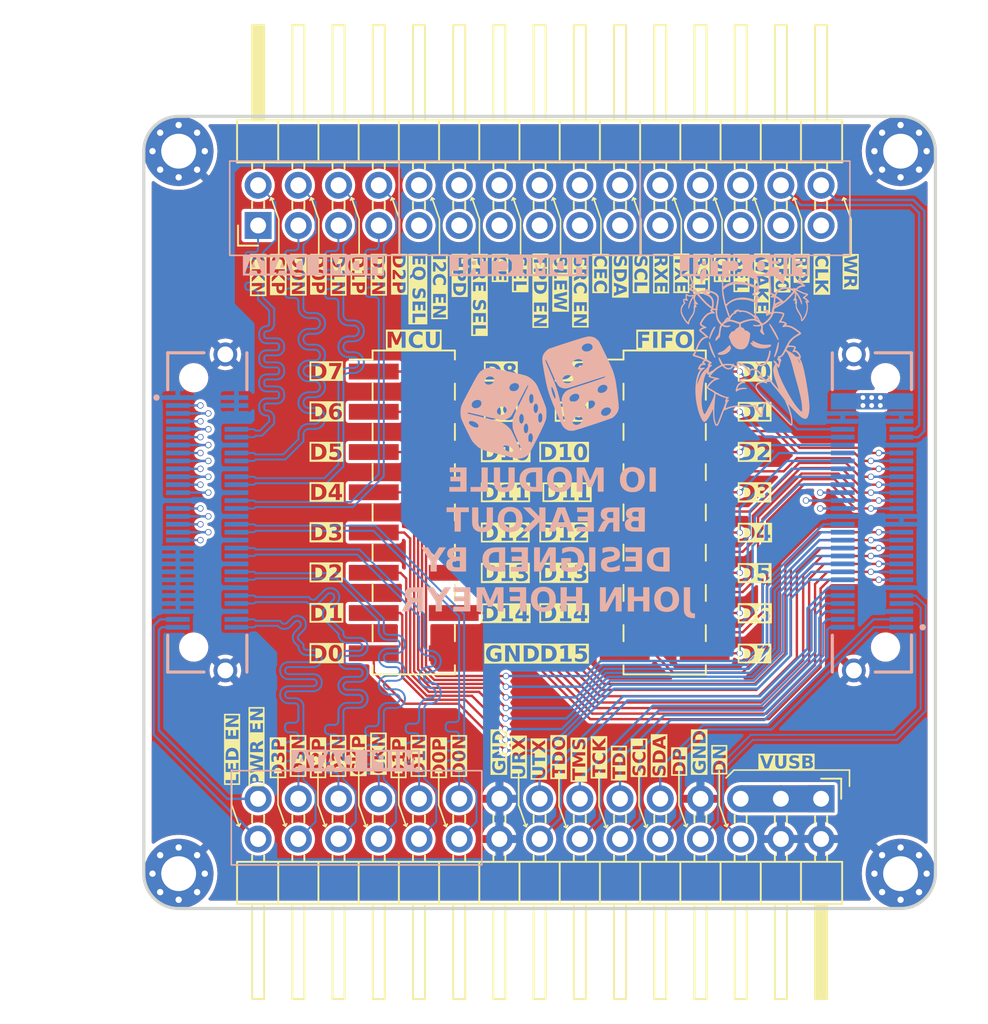
<source format=kicad_pcb>
(kicad_pcb (version 20240108) (generator "pcbnew") (generator_version "8.0")
  (layers (0 "F.Cu" signal) (1 "In1.Cu" signal) (2 "In2.Cu" signal) (31 "B.Cu" signal) (34 "B.Paste" user) (35 "F.Paste" user) (36 "B.SilkS" user "B.Silkscreen") (37 "F.SilkS" user "F.Silkscreen") (38 "B.Mask" user) (39 "F.Mask" user) (44 "Edge.Cuts" user))
  (net 0 "")
  (net 1 "/HDMI_D1_P")
  (net 2 "GND")
  (net 3 "/HDMI_SDA_SRC_EN")
  (net 4 "/FT600_RXE")
  (net 5 "/MIPI_D3_N")
  (net 6 "/MIPI_CLK_N")
  (net 7 "/HDMI_D2_P")
  (net 8 "/HDMI_I2C_EN")
  (net 9 "/HDMI_SDA_SRC")
  (net 10 "/HDMI_CLK_P")
  (net 11 "/HDMI_D0_P")
  (net 12 "/HDMI_HPD_SRC")
  (net 13 "/HDMI_D1_N")
  (net 14 "/TPD5_EN")
  (net 15 "/CAM_LED_EN")
  (net 16 "/HDMI_SLEW_CTL")
  (net 17 "/HDMI_CEC")
  (net 18 "/FT600_TXE")
  (net 19 "/HDMI_SEL")
  (net 20 "/HDMI_D2_N")
  (net 21 "/MIPI_D2_P")
  (net 22 "/FT600_WAKEUP")
  (net 23 "/MIPI_D3_P")
  (net 24 "/FT600_RST")
  (net 25 "/HDMI_PRE_SEL")
  (net 26 "/MIPI_CLK_P")
  (net 27 "/MIPI_D1_P")
  (net 28 "/HDMI_D0_N")
  (net 29 "/MIPI_D0_N")
  (net 30 "/CAM_PWR_EN")
  (net 31 "/MIPI_D1_N")
  (net 32 "/HDMI_CLK_N")
  (net 33 "/HDMI_OE")
  (net 34 "/MIPI_D2_N")
  (net 35 "/MIPI_D0_P")
  (net 36 "/HDMI_EQ_SEL")
  (net 37 "/HDMI_SCL_SRC")
  (net 38 "/FT600_OE")
  (net 39 "/FIFO_D12")
  (net 40 "/FIFO_BE0")
  (net 41 "/FIFO_D9")
  (net 42 "/MBUS_D10")
  (net 43 "/MBUS_D4")
  (net 44 "/MBUS_D7")
  (net 45 "/JTAG_TMS")
  (net 46 "/JTAG_TCK")
  (net 47 "/MBUS_D5")
  (net 48 "/FIFO_D2")
  (net 49 "/FPGA_I2C_SCL")
  (net 50 "/USB_SYSMON_D_N")
  (net 51 "/FIFO_D14")
  (net 52 "/MBUS_D6")
  (net 53 "/FIFO_D13")
  (net 54 "/MBUS_D1")
  (net 55 "/FIFO_D1")
  (net 56 "/PP_VUSB")
  (net 57 "/FIFO_CLK")
  (net 58 "/FIFO_D11")
  (net 59 "/FT600_RD")
  (net 60 "/FIFO_D0")
  (net 61 "/JTAG_TDI")
  (net 62 "/UART_RX")
  (net 63 "/MBUS_D3")
  (net 64 "/MBUS_D11")
  (net 65 "/FIFO_D8")
  (net 66 "/MBUS_D9")
  (net 67 "/FIFO_D5")
  (net 68 "/FIFO_D4")
  (net 69 "/FIFO_D6")
  (net 70 "/FT600_WR")
  (net 71 "/MBUS_D2")
  (net 72 "/UART_TX")
  (net 73 "/FIFO_D3")
  (net 74 "/MBUS_D8")
  (net 75 "/FIFO_D7")
  (net 76 "/FIFO_D10")
  (net 77 "/USB_SYSMON_D_P")
  (net 78 "/MBUS_D13")
  (net 79 "/JTAG_TDO")
  (net 80 "/FIFO_BE1")
  (net 81 "/FPGA_I2C_SDA")
  (net 82 "/FIFO_D15")
  (net 83 "/MBUS_D0")
  (net 84 "/MBUS_D12")
  (net 85 "/MBUS_D14")
  (footprint "MountingHole:MountingHole_2.2mm_M2_Pad_Via" (layer "F.Cu") (at 170.475 74.875)
    (property "Reference" "TP2" (hide yes))
    (property "Value" "Mounting Hole")
  )
  (footprint "MountingHole:MountingHole_2.2mm_M2_Pad_Via" (layer "F.Cu") (at 124.875 120.475)
    (property "Reference" "TP4" (hide yes))
    (property "Value" "Mounting Hole")
  )
  (footprint "Connector_PinHeader_2.54mm:PinHeader_2x08_P2.54mm_Vertical_SMD" (layer "F.Cu") (at 155.575 97.675)
    (property "Reference" "J4" (hide yes))
    (property "Value" "Conn_02x08_Odd_Even")
  )
  (footprint "MountingHole:MountingHole_2.2mm_M2_Pad_Via" (layer "F.Cu") (at 124.875 74.875)
    (property "Reference" "TP1" (hide yes))
    (property "Value" "Mounting Hole")
  )
  (footprint "Connector_PinHeader_2.54mm:PinHeader_2x15_P2.54mm_Horizontal" (layer "F.Cu") (at 129.895 79.565 90)
    (property "Reference" "J6" (hide yes))
    (property "Value" "Conn_02x15_Odd_Even")
  )
  (footprint "MountingHole:MountingHole_2.2mm_M2_Pad_Via" (layer "F.Cu") (at 170.475 120.475)
    (property "Reference" "TP3" (hide yes))
    (property "Value" "Mounting Hole")
  )
  (footprint "Connector_PinHeader_2.54mm:PinHeader_2x15_P2.54mm_Horizontal" (layer "F.Cu") (at 165.455001 115.75 -90)
    (property "Reference" "J3" (hide yes))
    (property "Value" "Conn_02x15_Odd_Even")
  )
  (footprint "Connector_PinHeader_2.54mm:PinHeader_2x08_P2.54mm_Vertical_SMD" (layer "F.Cu") (at 139.725 97.675)
    (property "Reference" "J5" (hide yes))
    (property "Value" "Conn_02x08_Odd_Even")
  )
  (footprint "LOGO" (layer "B.Cu") (at 147.675 90.425 180)
    (property "Reference" "G***" (hide yes))
    (property "Value" "LOGO" (hide yes))
  )
  (footprint "IO_Module:SAMTEC_LSHM-130-XX.X-XXX-DV-A-S-K-XX" (layer "B.Cu") (at 126.675 97.675 90)
    (property "Reference" "J1" (hide yes))
    (property "Value" "LSHM-130-XX.X-XXX-DV-A-S-K-XX")
  )
  (footprint "LOGO" (layer "B.Cu") (at 160.661274 87.740466)
    (property "Reference" "G***" (hide yes))
    (property "Value" "LOGO" (hide yes))
  )
  (footprint "IO_Module:SAMTEC_LSHM-130-XX.X-XXX-DV-A-S-K-XX" (layer "B.Cu") (at 168.675 97.675 -90)
    (property "Reference" "J2" (hide yes))
    (property "Value" "LSHM-130-XX.X-XXX-DV-A-S-K-XX")
  )
  (gr_rect (start 128.2 113.975) (end 144.025 119.925) (stroke (width 0.1)) (fill none) (layer "B.SilkS"))
  (gr_rect (start 154.025 75.5) (end 167.275 81.45) (stroke (width 0.1)) (fill none) (layer "B.SilkS"))
  (gr_rect (start 128.1 75.5) (end 138.8 81.45) (stroke (width 0.1)) (fill none) (layer "B.SilkS"))
  (gr_rect (start 138.8 75.5) (end 154.025 81.45) (stroke (width 0.1)) (fill none) (layer "B.SilkS"))
  (gr_line (start 128.225 116.125) (end 128.7 117.474999) (stroke (width 0.1)) (layer "F.SilkS"))
  (gr_line (start 141.775 117.499999) (end 141.85 117.349999) (stroke (width 0.1)) (layer "F.SilkS"))
  (gr_line (start 141.3 116.15) (end 141.775 117.499999) (stroke (width 0.1)) (layer "F.SilkS"))
  (gr_line (start 153.75 77.9) (end 153.6 77.825) (stroke (width 0.1)) (layer "F.SilkS"))
  (gr_line (start 167.025 77.9) (end 166.875 77.825) (stroke (width 0.1)) (layer "F.SilkS"))
  (gr_line (start 151.075 77.825) (end 151 77.975) (stroke (width 0.1)) (layer "F.SilkS"))
  (gr_line (start 135.95 77.9) (end 135.8 77.825) (stroke (width 0.1)) (layer "F.SilkS"))
  (gr_line (start 140.875 77.825) (end 140.8 77.975) (stroke (width 0.1)) (layer "F.SilkS"))
  (gr_line (start 159.2 81.35) (end 159.2 79.175) (stroke (width 0.1)) (layer "F.SilkS"))
  (gr_line (start 159.95 113.9375) (end 159.45 114.4375) (stroke (width 0.1)) (layer "F.SilkS"))
  (gr_line (start 167.35 79.175) (end 166.875 77.825) (stroke (width 0.1)) (layer "F.SilkS"))
  (gr_line (start 151.55 81.35) (end 151.55 79.175) (stroke (width 0.1)) (layer "F.SilkS"))
  (gr_line (start 159.025 116.15) (end 159.5 117.499999) (stroke (width 0.1)) (layer "F.SilkS"))
  (gr_line (start 148.9 114.05) (end 148.9 116.225) (stroke (width 0.1)) (layer "F.SilkS"))
  (gr_line (start 131.15 113.95) (end 131.15 116.125) (stroke (width 0.1)) (layer "F.SilkS"))
  (gr_line (start 139.1 117.399999) (end 139.25 117.474999) (stroke (width 0.1)) (layer "F.SilkS"))
  (gr_line (start 139.25 117.474999) (end 139.325 117.324999) (stroke (width 0.1)) (layer "F.SilkS"))
  (gr_line (start 151.75 117.499999) (end 151.9 117.574999) (stroke (width 0.1)) (layer "F.SilkS"))
  (gr_line (start 138.775 116.125) (end 139.25 117.474999) (stroke (width 0.1)) (layer "F.SilkS"))
  (gr_line (start 136.275 79.175) (end 135.8 77.825) (stroke (width 0.1)) (layer "F.SilkS"))
  (gr_line (start 161.7 79.175) (end 161.225 77.825) (stroke (width 0.1)) (layer "F.SilkS"))
  (gr_line (start 151.55 79.175) (end 151.075 77.825) (stroke (width 0.1)) (layer "F.SilkS"))
  (gr_line (start 138.35 77.825) (end 138.275 77.975) (stroke (width 0.1)) (layer "F.SilkS"))
  (gr_line (start 133.675 113.975) (end 133.675 116.15) (stroke (width 0.1)) (layer "F.SilkS"))
  (gr_line (start 154.075 81.35) (end 154.075 79.175) (stroke (width 0.1)) (layer "F.SilkS"))
  (gr_line (start 131.475 117.399999) (end 131.625 117.474999) (stroke (width 0.1)) (layer "F.SilkS"))
  (gr_line (start 161.225 77.825) (end 161.15 77.975) (stroke (width 0.1)) (layer "F.SilkS"))
  (gr_line (start 161.375 77.9) (end 161.225 77.825) (stroke (width 0.1)) (layer "F.SilkS"))
  (gr_line (start 143.875 81.35) (end 143.875 79.175) (stroke (width 0.1)) (layer "F.SilkS"))
  (gr_line (start 151.225 77.9) (end 151.075 77.825) (stroke (width 0.1)) (layer "F.SilkS"))
  (gr_line (start 156.3 77.9) (end 156.15 77.825) (stroke (width 0.1)) (layer "F.SilkS"))
  (gr_line (start 156.95 117.499999) (end 157.025 117.349999) (stroke (width 0.1)) (layer "F.SilkS"))
  (gr_line (start 146.675 117.424999) (end 146.825 117.499999) (stroke (width 0.1)) (layer "F.SilkS"))
  (gr_line (start 146.15 77.9) (end 146 77.825) (stroke (width 0.1)) (layer "F.SilkS"))
  (gr_line (start 167.25 113.9375) (end 167.25 114.9625) (stroke (width 0.1)) (layer "F.SilkS"))
  (gr_line (start 164.225 79.175) (end 163.75 77.825) (stroke (width 0.1)) (layer "F.SilkS"))
  (gr_line (start 154.425 117.549999) (end 154.5 117.399999) (stroke (width 0.1)) (layer "F.SilkS"))
  (gr_line (start 164.225 81.35) (end 164.225 79.175) (stroke (width 0.1)) (layer "F.SilkS"))
  (gr_line (start 136.275 81.35) (end 136.275 79.175) (stroke (width 0.1)) (layer "F.SilkS"))
  (gr_line (start 141.3 113.975) (end 141.3 116.15) (stroke (width 0.1)) (layer "F.SilkS"))
  (gr_line (start 156.625 79.175) (end 156.15 77.825) (stroke (width 0.1)) (layer "F.SilkS"))
  (gr_line (start 163.75 77.825) (end 163.675 77.975) (stroke (width 0.1)) (layer "F.SilkS"))
  (gr_line (start 167.35 81.35) (end 167.35 79.175) (stroke (width 0.1)) (layer "F.SilkS"))
  (gr_line (start 135.8 77.825) (end 135.725 77.975) (stroke (width 0.1)) (layer "F.SilkS"))
  (gr_line (start 146 77.825) (end 145.925 77.975) (stroke (width 0.1)) (layer "F.SilkS"))
  (gr_line (start 151.425 116.225) (end 151.9 117.574999) (stroke (width 0.1)) (layer "F.SilkS"))
  (gr_line (start 156.625 81.35) (end 156.625 79.175) (stroke (width 0.1)) (layer "F.SilkS"))
  (gr_line (start 149.225 117.499999) (end 149.375 117.574999) (stroke (width 0.1)) (layer "F.SilkS"))
  (gr_line (start 133.725 81.35) (end 133.725 79.175) (stroke (width 0.1)) (layer "F.SilkS"))
  (gr_line (start 154.275 117.474999) (end 154.425 117.549999) (stroke (width 0.1)) (layer "F.SilkS"))
  (gr_line (start 146.825 117.499999) (end 146.9 117.349999) (stroke (width 0.1)) (layer "F.SilkS"))
  (gr_line (start 136.575 117.449999) (end 136.725 117.524999) (stroke (width 0.1)) (layer "F.SilkS"))
  (gr_line (start 133.725 79.175) (end 133.25 77.825) (stroke (width 0.1)) (layer "F.SilkS"))
  (gr_line (start 167.25 113.9375) (end 159.95 113.9375) (stroke (width 0.1)) (layer "F.SilkS"))
  (gr_line (start 156.475 113.975) (end 156.475 116.15) (stroke (width 0.1)) (layer "F.SilkS"))
  (gr_line (start 161.7 81.35) (end 161.7 79.175) (stroke (width 0.1)) (layer "F.SilkS"))
  (gr_line (start 149 79.175) (end 148.525 77.825) (stroke (width 0.1)) (layer "F.SilkS"))
  (gr_line (start 136.25 116.175) (end 136.725 117.524999) (stroke (width 0.1)) (layer "F.SilkS"))
  (gr_line (start 156.15 77.825) (end 156.075 77.975) (stroke (width 0.1)) (layer "F.SilkS"))
  (gr_line (start 166.875 77.825) (end 166.8 77.975) (stroke (width 0.1)) (layer "F.SilkS"))
  (gr_line (start 159.025 113.975) (end 159.025 116.15) (stroke (width 0.1)) (layer "F.SilkS"))
  (gr_line (start 133.4 77.9) (end 133.25 77.825) (stroke (width 0.1)) (layer "F.SilkS"))
  (gr_line (start 141.35 81.35) (end 141.35 79.175) (stroke (width 0.1)) (layer "F.SilkS"))
  (gr_line (start 143.875 79.175) (end 143.4 77.825) (stroke (width 0.1)) (layer "F.SilkS"))
  (gr_line (start 136.725 117.524999) (end 136.8 117.374999) (stroke (width 0.1)) (layer "F.SilkS"))
  (gr_line (start 148.525 77.825) (end 148.45 77.975) (stroke (width 0.1)) (layer "F.SilkS"))
  (gr_line (start 146.475 81.35) (end 146.475 79.175) (stroke (width 0.1)) (layer "F.SilkS"))
  (gr_line (start 141.025 77.9) (end 140.875 77.825) (stroke (width 0.1)) (layer "F.SilkS"))
  (gr_line (start 158.875 77.9) (end 158.725 77.825) (stroke (width 0.1)) (layer "F.SilkS"))
  (gr_line (start 128.225 113.95) (end 128.225 116.125) (stroke (width 0.1)) (layer "F.SilkS"))
  (gr_line (start 138.825 79.175) (end 138.35 77.825) (stroke (width 0.1)) (layer "F.SilkS"))
  (gr_line (start 146.475 79.175) (end 146 77.825) (stroke (width 0.1)) (layer "F.SilkS"))
  (gr_line (start 138.775 113.95) (end 138.775 116.125) (stroke (width 0.1)) (layer "F.SilkS"))
  (gr_line (start 128.7 117.474999) (end 128.775 117.324999) (stroke (width 0.1)) (layer "F.SilkS"))
  (gr_line (start 131.2 79.175) (end 130.725 77.825) (stroke (width 0.1)) (layer "F.SilkS"))
  (gr_line (start 138.825 81.35) (end 138.825 79.175) (stroke (width 0.1)) (layer "F.SilkS"))
  (gr_line (start 151.9 117.574999) (end 151.975 117.424999) (stroke (width 0.1)) (layer "F.SilkS"))
  (gr_line (start 131.15 116.125) (end 131.625 117.474999) (stroke (width 0.1)) (layer "F.SilkS"))
  (gr_line (start 133.25 77.825) (end 133.175 77.975) (stroke (width 0.1)) (layer "F.SilkS"))
  (gr_line (start 148.675 77.9) (end 148.525 77.825) (stroke (width 0.1)) (layer "F.SilkS"))
  (gr_line (start 133.675 116.15) (end 134.15 117.499999) (stroke (width 0.1)) (layer "F.SilkS"))
  (gr_line (start 159.5 117.499999) (end 159.575 117.349999) (stroke (width 0.1)) (layer "F.SilkS"))
  (gr_line (start 143.55 77.9) (end 143.4 77.825) (stroke (width 0.1)) (layer "F.SilkS"))
  (gr_line (start 131.625 117.474999) (end 131.7 117.324999) (stroke (width 0.1)) (layer "F.SilkS"))
  (gr_line (start 128.55 117.399999) (end 128.7 117.474999) (stroke (width 0.1)) (layer "F.SilkS"))
  (gr_line (start 134.15 117.499999) (end 134.225 117.349999) (stroke (width 0.1)) (layer "F.SilkS"))
  (gr_line (start 158.725 77.825) (end 158.65 77.975) (stroke (width 0.1)) (layer "F.SilkS"))
  (gr_line (start 134 117.424999) (end 134.15 117.499999) (stroke (width 0.1)) (layer "F.SilkS"))
  (gr_line (start 130.875 77.9) (end 130.725 77.825) (stroke (width 0.1)) (layer "F.SilkS"))
  (gr_line (start 159.2 79.175) (end 158.725 77.825) (stroke (width 0.1)) (layer "F.SilkS"))
  (gr_line (start 148.9 116.225) (end 149.375 117.574999) (stroke (width 0.1)) (layer "F.SilkS"))
  (gr_line (start 146.35 116.15) (end 146.825 117.499999) (stroke (width 0.1)) (layer "F.SilkS"))
  (gr_line (start 131.2 81.35) (end 131.2 79.175) (stroke (width 0.1)) (layer "F.SilkS"))
  (gr_line (start 153.6 77.825) (end 153.525 77.975) (stroke (width 0.1)) (layer "F.SilkS"))
  (gr_line (start 153.95 114.025) (end 153.95 116.2) (stroke (width 0.1)) (layer "F.SilkS"))
  (gr_line (start 153.95 116.2) (end 154.425 117.549999) (stroke (width 0.1)) (layer "F.SilkS"))
  (gr_line (start 151.425 114.05) (end 151.425 116.225) (stroke (width 0.1)) (layer "F.SilkS"))
  (gr_line (start 146.35 113.975) (end 146.35 116.15) (stroke (width 0.1)) (layer "F.SilkS"))
  (gr_line (start 130.725 77.825) (end 130.65 77.975) (stroke (width 0.1)) (layer "F.SilkS"))
  (gr_line (start 138.5 77.9) (end 138.35 77.825) (stroke (width 0.1)) (layer "F.SilkS"))
  (gr_line (start 159.35 117.424999) (end 159.5 117.499999) (stroke (width 0.1)) (layer "F.SilkS"))
  (gr_line (start 143.4 77.825) (end 143.325 77.975) (stroke (width 0.1)) (layer "F.SilkS"))
  (gr_line (start 141.625 117.424999) (end 141.775 117.499999) (stroke (width 0.1)) (layer "F.SilkS"))
  (gr_line (start 156.8 117.424999) (end 156.95 117.499999) (stroke (width 0.1)) (layer "F.SilkS"))
  (gr_line (start 149 81.35) (end 149 79.175) (stroke (width 0.1)) (layer "F.SilkS"))
  (gr_line (start 136.25 114) (end 136.25 116.175) (stroke (width 0.1)) (layer "F.SilkS"))
  (gr_line (start 163.9 77.9) (end 163.75 77.825) (stroke (width 0.1)) (layer "F.SilkS"))
  (gr_line (start 141.35 79.175) (end 140.875 77.825) (stroke (width 0.1)) (layer "F.SilkS"))
  (gr_line (start 154.075 79.175) (end 153.6 77.825) (stroke (width 0.1)) (layer "F.SilkS"))
  (gr_line (start 156.475 116.15) (end 156.95 117.499999) (stroke (width 0.1)) (layer "F.SilkS"))
  (gr_line (start 149.375 117.574999) (end 149.45 117.424999) (stroke (width 0.1)) (layer "F.SilkS"))
  (gr_line (start 122.675 120.475) (end 122.675 74.875) (stroke (width 0.2)) (layer "Edge.Cuts"))
  (gr_arc (start 122.675 74.875) (mid 123.319365 73.319365) (end 124.875 72.675) (stroke (width 0.2)) (layer "Edge.Cuts"))
  (gr_arc (start 172.675 120.475) (mid 172.030635 122.030635) (end 170.475 122.675) (stroke (width 0.2)) (layer "Edge.Cuts"))
  (gr_line (start 124.875 72.675) (end 170.475 72.675) (stroke (width 0.2)) (layer "Edge.Cuts"))
  (gr_line (start 170.475 122.675) (end 124.875 122.675) (stroke (width 0.2)) (layer "Edge.Cuts"))
  (gr_arc (start 124.875 122.675) (mid 123.319365 122.030635) (end 122.675 120.475) (stroke (width 0.2)) (layer "Edge.Cuts"))
  (gr_line (start 172.675 74.875) (end 172.675 120.475) (stroke (width 0.2)) (layer "Edge.Cuts"))
  (gr_arc (start 170.475 72.675) (mid 172.030635 73.319365) (end 172.675 74.875) (stroke (width 0.2)) (layer "Edge.Cuts"))
  (gr_text "FIFO CTRL" (at 160.65 81.625 0) (layer "B.SilkS" knockout) (effects (font (size 1 1) (thickness 0.25) (bold yes)) (justify top mirror)))
  (gr_text "MIPI DATA" (at 136.1125 113.975 0) (layer "B.SilkS" knockout) (effects (font (size 1 1) (thickness 0.25) (bold yes)) (justify bottom mirror)))
  (gr_text "IO MODULE \nBREAKOUT\nDESIGNED BY\nJOHN HOFMEYR" (at 148.15 99.525 0) (layer "B.SilkS") (effects (font (size 1.5 1.5) (thickness 0.3) (bold yes)) (justify mirror)))
  (gr_text "HDMI DATA" (at 133.45 81.6 0) (layer "B.SilkS" knockout) (effects (font (size 1 1) (thickness 0.25) (bold yes)) (justify top mirror)))
  (gr_text "HDMI CTRL" (at 146.4125 81.625 0) (layer "B.SilkS" knockout) (effects (font (size 1 1) (thickness 0.25) (bold yes)) (justify top mirror)))
  (gr_text "TPD EN" (at 147.65 81.425 -90) (layer "F.SilkS" knockout) (effects (font (size 0.8 0.8) (thickness 0.2) (bold yes)) (justify left)))
  (gr_text "D3P" (at 131.225 111.925 90) (layer "F.SilkS" knockout) (effects (font (size 0.8 0.8) (thickness 0.2) (bold yes)) (justify right)))
  (gr_text "EQ SEL" (at 139.982143 81.35 -90) (layer "F.SilkS" knockout) (effects (font (size 0.8 0.8) (thickness 0.2) (bold yes)) (justify left)))
  (gr_text "D2P" (at 133.763888 111.925 90) (layer "F.SilkS" knockout) (effects (font (size 0.8 0.8) (thickness 0.2) (bold yes)) (justify right)))
  (gr_text "SCL" (at 154 81.425 -90) (layer "F.SilkS" knockout) (effects (font (size 0.8 0.8) (thickness 0.2) (bold yes)) (justify left)))
  (gr_text "D1P" (at 136.164285 81.35 -90) (layer "F.SilkS" knockout) (effects (font (size 0.8 0.8) (thickness 0.2) (bold yes)) (justify left)))
  (gr_text "OE" (at 159.125 81.4 -90) (layer "F.SilkS" knockout) (effects (font (size 0.8 0.8) (thickness 0.2) (bold yes)) (justify left)))
  (gr_text "BE1" (at 160.35 81.35 -90) (layer "F.SilkS" knockout) (effects (font (size 0.8 0.8) (thickness 0.2) (bold yes)) (justify left)))
  (gr_text "D10" (at 150.75 93.953572 0) (layer "F.SilkS" knockout) (effects (font (size 1 1) (thickness 0.2) (bold yes)) (justify right)))
  (gr_text "CEC" (at 151.45 81.4 -90) (layer "F.SilkS" knockout) (effects (font (size 0.8 0.8) (thickness 0.2) (bold yes)) (justify left)))
  (gr_text "D15" (at 150.775 106.675 0) (layer "F.SilkS" knockout) (effects (font (size 1 1) (thickness 0.2) (bold yes)) (justify right)))
  (gr_text "D13" (at 150.75 101.582143 0) (layer "F.SilkS" knockout) (effects (font (size 1 1) (thickness 0.2) (bold yes)) (justify right)))
  (gr_text "D2P" (at 138.725001 81.35 -90) (layer "F.SilkS" knockout) (effects (font (size 0.8 0.8) (thickness 0.2) (bold yes)) (justify left)))
  (gr_text "HPD" (at 142.55 81.35 -90) (layer "F.SilkS" knockout) (effects (font (size 0.8 0.8) (thickness 0.2) (bold yes)) (justify left)))
  (gr_text "D1" (at 133.125 104.107142 0) (layer "F.SilkS" knockout) (effects (font (size 1 1) (thickness 0.2) (bold yes)) (justify left)))
  (gr_text "D2" (at 133.125 101.564285 0) (layer "F.SilkS" knockout) (effects (font (size 1 1) (thickness 0.2) (bold yes)) (justify left)))
  (gr_text "D6" (at 160.175 104.132143 0) (layer "F.SilkS" knockout) (effects (font (size 1 1) (thickness 0.2) (bold yes)) (justify left)))
  (gr_text "D1N" (at 140.111108 111.723353 90) (layer "F.SilkS" knockout) (effects (font (size 0.8 0.8) (thickness 0.2) (bold yes)) (justify right)))
  (gr_text "D8" (at 150.75 88.867857 0) (layer "F.SilkS" knockout) (effects (font (size 1 1) (thickness 0.2) (bold yes)) (justify right)))
  (gr_text "UTX" (at 147.6925 112.014881 90) (layer "F.SilkS" knockout) (effects (font (size 0.8 0.8) (thickness 0.2) (bold yes)) (justify right)))
  (gr_text "RST" (at 157.825 81.35 -90) (layer "F.SilkS" knockout) (effects (font (size 0.8 0.8) (thickness 0.2) (bold yes)) (justify left)))
  (gr_text "VUSB" (at 165.025 113.5 0) (layer "F.SilkS" knockout) (effects (font (size 0.8 0.8) (thickness 0.2) (bold yes)) (justify right)))
  (gr_text "TDI" (at 152.7625 112.395509 90) (layer "F.SilkS" knockout) (effects (font (size 0.8 0.8) (thickness 0.2) (bold yes)) (justify right)))
  (gr_text "D2" (at 160.175 93.960715 0) (layer "F.SilkS" knockout) (effects (font (size 1 1) (thickness 0.2) (bold yes)) (justify left)))
  (gr_text "PWR EN" (at 129.87 109.954644 90) (layer "F.SilkS" knockout) (effects (font (size 0.8 0.8) (thickness 0.2) (bold yes)) (justify right)))
  (gr_text "D0P" (at 141.380552 111.925 90) (layer "F.SilkS" knockout) (effects (font (size 0.8 0.8) (thickness 0.2) (bold yes)) (justify right)))
  (gr_text "SEL" (at 146.375 81.424999 -90) (layer "F.SilkS" knockout) (effects (font (size 0.8 0.8) (thickness 0.2) (bold yes)) (justify left)))
  (gr_text "D9" (at 146.275 91.417858 0) (layer "F.SilkS" knockout) (effects (font (size 1 1) (thickness 0.2) (bold yes)) (justify right)))
  (gr_text "D0" (at 133.125 106.65 0) (layer "F.SilkS" knockout) (effects (font (size 1 1) (thickness 0.2) (bold yes)) (justify left)))
  (gr_text "SRC EN" (at 150.175 81.425 -90) (layer "F.SilkS" knockout) (effects (font (size 0.8 0.8) (thickness 0.2) (bold yes)) (justify left)))
  (gr_text "D3" (at 133.125 99.021428 0) (layer "F.SilkS" knockout) (effects (font (size 1 1) (thickness 0.2) (bold yes)) (justify left)))
  (gr_text "D4" (at 160.175 99.046429 0) (layer "F.SilkS" knockout) (effects (font (size 1 1) (thickness 0.2) (bold yes)) (justify left)))
  (gr_text "D11" (at 150.95 96.496429 0) (layer "F.SilkS" knockout) (effects (font (size 1 1) (thickness 0.2) (bold yes)) (justify right)))
  (gr_text "D1" (at 160.175 91.417858 0) (layer "F.SilkS" knockout) (effects (font (size 1 1) (thickness 0.2) (bold yes)) (justify left)))
  (gr_text "TDO" (at 148.95 111.768685 90) (layer "F.SilkS" knockout) (effects (font (size 0.8 0.8) (thickness 0.2) (bold yes)) (justify right)))
  (gr_text "D9" (at 150.75 91.410715 0) (layer "F.SilkS" knockout) (effects (font (size 1 1) (thickness 0.2) (bold yes)) (justify right)))
  (gr_text "GND" (at 145.175 111.409941 90) (layer "F.SilkS" knockout) (effects (font (size 0.8 0.8) (thickness 0.2) (bold yes)) (justify right)))
  (gr_text "D2N" (at 135.033332 111.723353 90) (layer "F.SilkS" knockout) (effects (font (size 0.8 0.8) (thickness 0.2) (bold yes)) (justify right)))
  (gr_text "D3" (at 160.175 96.503572 0) (layer "F.SilkS" knockout) (effects (font (size 1 1) (thickness 0.2) (bold yes)) (justify left)))
  (gr_text "D13" (at 147.058531 101.589286 0) (layer "F.SilkS" knockout) (effects (font (size 1 1) (thickness 0.2) (bold yes)) (justify right)))
  (gr_text "D2N" (at 137.432142 81.35 -90) (layer "F.SilkS" knockout) (effects (font (size 0.8 0.8) (thickness 0.2) (bold yes)) (justify left)))
  (gr_text "SCL" (at 154.03 112.014881 90) (layer "F.SilkS" knockout) (effects (font (size 0.8 0.8) (thickness 0.2) (bold yes)) (justify right)))
  (gr_text "LED EN" (at 128.325 110.379822 90) (layer "F.SilkS" knockout) (effects (font (size 0.8 0.8) (thickness 0.2) (bold yes)) (justify right)))
  (gr_text "D4" (at 133.125 96.478571 0) (layer "F.SilkS" knockout) (effects (font (size 1 1) (thickness 0.2) (bold yes)) (justify left)))
  (gr_text "D7" (at 160.175 106.675 0) (layer "F.SilkS" knockout) (effects (font (size 1 1) (thickness 0.2) (bold yes)) (justify left)))
  (gr_text "WR" (at 167.25 81.424999 -90) (layer "F.SilkS" knockout) (effects (font (size 0.8 0.8) (thickness 0.2) (bold yes)) (justify left)))
  (gr_text "CKN" (at 129.825 81.4 -90) (layer "F.SilkS" knockout) (effects (font (size 0.8 0.8) (thickness 0.2) (bold yes)) (justify left)))
  (gr_text "SDA" (at 155.2975 111.767903 90) (layer "F.SilkS" knockout) (effects (font (size 0.8 0.8) (thickness 0.2) (bold yes)) (justify right)))
  (gr_text "DN" (at 159.1 112.350178 90) (layer "F.SilkS" knockout) (effects (font (size 0.8 0.8) (thickness 0.2) (bold yes)) (justify right)))
  (gr_text "WAKE" (at 161.65 81.4 -90) (layer "F.SilkS" knockout) (effects (font (size 0.8 0.8) (thickness 0.2) (bold yes)) (justify left)))
  (gr_text "D11" (at 147.058531 96.503572 0) (layer "F.SilkS" knockout) (effects (font (size 1 1) (thickness 0.2) (bold yes)) (justify right)))
  (gr_text "OE" (at 145.1 81.4 -90) (layer "F.SilkS" knockout) (effects (font (size 0.8 0.8) (thickness 0.2) (bold yes)) (justify left)))
  (gr_text "D6" (at 133.125 91.392857 0) (layer "F.SilkS" knockout) (effects (font (size 1 1) (thickness 0.2) (bold yes)) (justify left)))
  (gr_text "D3N" (at 132.494444 111.723353 90) (layer "F.SilkS" knockout) (effects (font (size 0.8 0.8) (thickness 0.2) (bold yes)) (justify right)))
  (gr_text "D14" (at 147.058531 104.132143 0) (layer "F.SilkS" knockout) (effects (font (size 1 1) (thickness 0.2) (bold yes)) (justify right)))
  (gr_text "CLK" (at 165.425 81.4 -90) (layer "F.SilkS" knockout) (effects (font (size 0.8 0.8) (thickness 0.2) (bold yes)) (justify left)))
  (gr_text "D12" (at 147.058531 99.046429 0) (layer "F.SilkS" knockout) (effects (font (size 1 1) (thickness 0.2) (bold yes)) (justify right)))
  (gr_text "TMS" (at 150.2275 111.903116 90) (layer "F.SilkS" knockout) (effects (font (size 0.8 0.8) (thickness 0.2) (bold yes)) (justify right)))
  (gr_text "D1P" (at 138.841665 111.925 90) (layer "F.SilkS" knockout) (effects (font (size 0.8 0.8) (thickness 0.2) (bold yes)) (justify right)))
  (gr_text "MCU" (at 139.725 87.455 0) (layer "F.SilkS" knockout) (effects (font (size 1 1) (thickness 0.2) (bold yes)) (justify bottom)))
  (gr_text "RXE" (at 155.275 81.35 -90) (layer "F.SilkS" knockout) (effects (font (size 0.8 0.8) (thickness 0.2) (bold yes)) (justify left)))
  (gr_text "D5" (at 133.125 93.935714 0) (layer "F.SilkS" knockout) (effects (font (size 1 1) (thickness 0.2) (bold yes)) (justify left)))
  (gr_text "GND" (at 147.702355 106.675 0) (layer "F.SilkS" knockout) (effects (font (size 1 1) (thickness 0.2) (bold yes)) (justify right)))
  (gr_text "D1N" (at 134.896427 81.35 -90) (layer "F.SilkS" knockout) (effects (font (size 0.8 0.8) (thickness 0.2) (bold yes)) (justify left)))
  (gr_text "SDA" (at 152.7 81.425 -90) (layer "F.SilkS" knockout) (effects (font (size 0.8 0.8) (thickness 0.2) (bold yes)) (justify left)))
  (gr_text "CKP" (at 131.092857 81.4 -90) (layer "F.SilkS" knockout) (effects (font (size 0.8 0.8) (thickness 0.2) (bold yes)) (justify left)))
  (gr_text "SLEW" (at 148.925 81.425 -90) (layer "F.SilkS" knockout) (effects (font (size 0.8 0.8) (thickness 0.2) (bold yes)) (justify left)))
  (gr_text "CKP" (at 136.302776 111.768685 90) (layer "F.SilkS" knockout) (effects (font (size 0.8 0.8) (thickness 0.2) (bold yes)) (justify right)))
  (gr_text "I2C EN" (at 141.274999 81.375 -90) (layer "F.SilkS" knockout) (effects (font (size 0.8 0.8) (thickness 0.2) (bold yes)) (justify left)))
  (gr_text "D8" (at 146.275 88.875 0) (layer "F.SilkS" knockout) (effects (font (size 1 1) (thickness 0.2) (bold yes)) (justify right)))
  (gr_text "GND" (at 157.8325 111.409941 90) (layer "F.SilkS" knockout) (effects (font (size 0.8 0.8) (thickness 0.2) (bold yes)) (justify right)))
  (gr_text "CKN" (at 137.57222 111.567038 90) (layer "F.SilkS" knockout) (effects (font (size 0.8 0.8) (thickness 0.2) (bold yes)) (justify right)))
  (gr_text "FIFO" (at 155.575 87.455 0) (layer "F.SilkS" knockout) (effects (font (size 1 1) (thickness 0.2) (bold yes)) (justify bottom)))
  (gr_text "BE0" (at 162.925 81.35 -90) (layer "F.SilkS" knockout) (effects (font (size 0.8 0.8) (thickness 0.2) (bold yes)) (justify left)))
  (gr_text "D14" (at 150.75 104.125 0) (layer "F.SilkS" knockout) (effects (font (size 1 1) (thickness 0.2) (bold yes)) (justify right)))
  (gr_text "TXE" (at 156.55 81.425 -90) (layer "F.SilkS" knockout) (effects (font (size 0.8 0.8) (thickness 0.2) (bold yes)) (justify left)))
  (gr_text "D10" (at 147.058531 93.960715 0) (layer "F.SilkS" knockout) (effects (font (size 1 1) (thickness 0.2) (bold yes)) (justify right)))
  (gr_text "D12" (at 150.75 99.039286 0) (layer "F.SilkS" knockout) (effects (font (size 1 1) (thickness 0.2) (bold yes)) (justify right)))
  (gr_text "RD" (at 164.15 81.349999 -90) (layer "F.SilkS" knockout) (effects (font (size 0.8 0.8) (thickness 0.2) (bold yes)) (justify left)))
  (gr_text "D0P" (at 133.628571 81.35 -90) (layer "F.SilkS" knockout) (effects (font (size 0.8 0.8) (thickness 0.2) (bold yes)) (justify left)))
  (gr_text "URX" (at 146.425 111.835119 90) (layer "F.SilkS" knockout) (effects (font (size 0.8 0.8) (thickness 0.2) (bold yes)) (justify right)))
  (gr_text "PRE SEL" (at 143.8 81.349999 -90) (layer "F.SilkS" knockout) (effects (font (size 0.8 0.8) (thickness 0.2) (bold yes)) (justify left)))
  (gr_text "D0N" (at 132.360714 81.35 -90) (layer "F.SilkS" knockout) (effects (font (size 0.8 0.8) (thickness 0.2) (bold yes)) (justify left)))
  (gr_text "TCK" (at 151.5 111.925782 90) (layer "F.SilkS" knockout) (effects (font (size 0.8 0.8) (thickness 0.2) (bold yes)) (justify right)))
  (gr_text "D5" (at 160.175 101.589286 0) (layer "F.SilkS" knockout) (effects (font (size 1 1) (thickness 0.2) (bold yes)) (justify left)))
  (gr_text "D7" (at 133.125 88.85 0) (layer "F.SilkS" knockout) (effects (font (size 1 1) (thickness 0.2) (bold yes)) (justify left)))
  (gr_text "D0N" (at 142.649996 111.723353 90) (layer "F.SilkS" knockout) (effects (font (size 0.8 0.8) (thickness 0.2) (bold yes)) (justify right)))
  (gr_text "D0" (at 160.175 88.875 0) (layer "F.SilkS" knockout) (effects (font (size 1 1) (thickness 0.2) (bold yes)) (justify left)))
  (gr_text "DP" (at 156.565 112.551825 90) (layer "F.SilkS" knockout) (effects (font (size 0.8 0.8) (thickness 0.2) (bold yes)) (justify right)))
  (segment (start 129.740001 95.835) (end 129.650001 95.925) (width 0.12) (layer "B.Cu") (net 1))
  (segment (start 129.650001 95.925) (end 128.525 95.925) (width 0.12) (layer "B.Cu") (net 1))
  (segment (start 135.625 85.55824) (end 135.915323 85.55824) (width 0.12) (layer "B.Cu") (net 1))
  (segment (start 135.625 87.55824) (end 135.915307 87.55824) (width 0.12) (layer "B.Cu") (net 1))
  (segment (start 134.216276 95.835) (end 129.740001 95.835) (width 0.12) (layer "B.Cu") (net 1))
  (segment (start 136.064999 80.015) (end 135.285 80.794999) (width 0.12) (layer "B.Cu") (net 1))
  (segment (start 135.285 89.21824) (end 135.285 89.8) (width 0.12) (layer "B.Cu") (net 1))
  (segment (start 136.064999 78.114999) (end 136.064999 80.015) (width 0.12) (layer "B.Cu") (net 1))
  (segment (start 135.285 89.8) (end 135.285 94.766276) (width 0.12) (layer "B.Cu") (net 1))
  (segment (start 134.975 77.025) (end 136.064999 78.114999) (width 0.12) (layer "B.Cu") (net 1))
  (segment (start 135.285 94.766276) (end 134.216276 95.835) (width 0.12) (layer "B.Cu") (net 1))
  (segment (start 135.285 80.794999) (end 135.285 85.21824) (width 0.12) (layer "B.Cu") (net 1))
  (segment (start 135.915323 86.87824) (end 135.625 86.87824) (width 0.12) (layer "B.Cu") (net 1))
  (segment (start 135.915307 88.87824) (end 135.625 88.87824) (width 0.12) (layer "B.Cu") (net 1))
  (arc (start 135.285 85.21824) (mid 135.384584 85.458656) (end 135.625 85.55824) (width 0.12) (layer "B.Cu") (net 1))
  (arc (start 135.625 88.87824) (mid 135.384584 88.977824) (end 135.285 89.21824) (width 0.12) (layer "B.Cu") (net 1))
  (arc (start 135.625 86.87824) (mid 135.384584 86.977824) (end 135.285 87.21824) (width 0.12) (layer "B.Cu") (net 1))
  (arc (start 135.915323 85.55824) (mid 136.382013 85.75155) (end 136.575323 86.21824) (width 0.12) (layer "B.Cu") (net 1))
  (arc (start 136.575307 88.21824) (mid 136.381997 88.68493) (end 135.915307 88.87824) (width 0.12) (layer "B.Cu") (net 1))
  (arc (start 136.575323 86.21824) (mid 136.382013 86.68493) (end 135.915323 86.87824) (width 0.12) (layer "B.Cu") (net 1))
  (arc (start 135.285 87.21824) (mid 135.384584 87.458656) (end 135.625 87.55824) (width 0.12) (layer "B.Cu") (net 1))
  (arc (start 135.915307 87.55824) (mid 136.381997 87.75155) (end 136.575307 88.21824) (width 0.12) (layer "B.Cu") (net 1))
  (segment (start 127.45 96.425) (end 127.425 96.45) (width 0.3) (layer "B.Cu") (net 2))
  (segment (start 167.75 91.425) (end 166.825 91.425) (width 0.25) (layer "B.Cu") (net 2))
  (segment (start 128.525 93.425) (end 127.45 93.425) (width 0.3) (layer "B.Cu") (net 2))
  (segment (start 170.525 91.425) (end 169.55 91.425) (width 0.25) (layer "B.Cu") (net 2))
  (segment (start 127.15 100.925) (end 127.125 100.9) (width 0.3) (layer "B.Cu") (net 2))
  (segment (start 166.825 91.425) (end 165.35 91.425) (width 0.25) (layer "B.Cu") (net 2))
  (segment (start 166.825 97.925) (end 167.975 97.925) (width 0.25) (layer "B.Cu") (net 2))
  (segment (start 167.8 91.475) (end 167.75 91.425) (width 0.25) (layer "B.Cu") (net 2))
  (segment (start 128.525 94.925) (end 127.35 94.925) (width 0.3) (layer "B.Cu") (net 2))
  (segment (start 167.975 97.925) (end 168.05 97.85) (width 0.25) (layer "B.Cu") (net 2))
  (segment (start 127.45 103.925) (end 127.425 103.95) (width 0.3) (layer "B.Cu") (net 2))
  (segment (start 128.525001 100.925) (end 127.15 100.925) (width 0.3) (layer "B.Cu") (net 2))
  (segment (start 128.525 102.425) (end 127.225 102.425) (width 0.3) (layer "B.Cu") (net 2))
  (segment (start 128.525 96.425) (end 127.45 96.425) (width 0.3) (layer "B.Cu") (net 2))
  (segment (start 128.525 99.424999) (end 127.549999 99.424999) (width 0.3) (layer "B.Cu") (net 2))
  (segment (start 127.225 102.425) (end 127.2 102.45) (width 0.3) (layer "B.Cu") (net 2))
  (segment (start 169.5 91.475) (end 167.8 91.475) (width 0.25) (layer "B.Cu") (net 2))
  (segment (start 168.05 97.85) (end 168.05 91.95) (width 0.25) (layer "B.Cu") (net 2))
  (segment (start 170.525001 91.925) (end 168.075 91.925) (width 0.25) (layer "B.Cu") (net 2))
  (segment (start 168.075 91.925) (end 166.824999 91.925) (width 0.25) (layer "B.Cu") (net 2))
  (segment (start 128.525 103.925) (end 127.45 103.925) (width 0.3) (layer "B.Cu") (net 2))
  (segment (start 128.525 97.925) (end 127.5 97.925) (width 0.3) (layer "B.Cu") (net 2))
  (segment (start 127.549999 99.424999) (end 127.525 99.4) (width 0.3) (layer "B.Cu") (net 2))
  (segment (start 127.45 93.425) (end 127.425 93.45) (width 0.3) (layer "B.Cu") (net 2))
  (segment (start 169.55 91.425) (end 169.5 91.475) (width 0.25) (layer "B.Cu") (net 2))
  (segment (start 168.05 91.95) (end 168.075 91.925) (width 0.25) (layer "B.Cu") (net 2))
  (via (at 126.75 95.425) (size 0.4) (drill 0.3) (layers "F.Cu" "B.Cu") (net 3))
  (segment (start 124.825 95.425) (end 126.75 95.425) (width 0.15) (layer "B.Cu") (net 3))
  (via (at 126.75 97.925) (size 0.4) (drill 0.3) (layers "F.Cu" "B.Cu") (net 4))
  (segment (start 124.825 97.925) (end 126.75 97.925) (width 0.15) (layer "B.Cu") (net 4))
  (segment (start 131.935155 104.872754) (end 132.217997 104.589909) (width 0.12) (layer "B.Cu") (net 5))
  (segment (start 132.44 106.141276) (end 132.439999 106.141276) (width 0.12) (layer "B.Cu") (net 5))
  (segment (start 129.650001 104.925) (end 129.740001 104.835) (width 0.12) (layer "B.Cu") (net 5))
  (segment (start 132.2 113.948282) (end 131.834201 113.948282) (width 0.12) (layer "B.Cu") (net 5))
  (segment (start 132.44 115.745001) (end 132.44 114.188282) (width 0.12) (layer "B.Cu") (net 5))
  (segment (start 132.439999 108.201277) (end 133.380001 108.201277) (width 0.12) (layer "B.Cu") (net 5))
  (segment (start 131.133724 104.835) (end 131.171478 104.872754) (width 0.12) (layer "B.Cu") (net 5))
  (segment (start 132.2 111.548282) (end 131.834177 111.548282) (width 0.12) (layer "B.Cu") (net 5))
  (segment (start 132.2 112.748282) (end 131.834201 112.748282) (width 0.12) (layer "B.Cu") (net 5))
  (segment (start 128.525 104.925) (end 129.650001 104.925) (width 0.12) (layer "B.Cu") (net 5))
  (segment (start 132.435001 115.75) (end 132.44 115.745001) (width 0.12) (layer "B.Cu") (net 5))
  (segment (start 132.760001 108.641275) (end 131.819999 108.641275) (width 0.12) (layer "B.Cu") (net 5))
  (segment (start 131.819999 108.201277) (end 132.439999 108.201277) (width 0.12) (layer "B.Cu") (net 5))
  (segment (start 129.740001 104.835) (end 131.133724 104.835) (width 0.12) (layer "B.Cu") (net 5))
  (segment (start 131.171478 104.872754) (end 131.171477 104.872752) (width 0.12) (layer "B.Cu") (net 5))
  (segment (start 133.380001 108.641275) (end 132.760001 108.641275) (width 0.12) (layer "B.Cu") (net 5))
  (segment (start 132.98 107.121275) (end 131.819999 107.121275) (width 0.12) (layer "B.Cu") (net 5))
  (segment (start 131.594201 113.708282) (end 131.594201 113.588282) (width 0.12) (layer "B.Cu") (net 5))
  (segment (start 132.44 113.108282) (end 132.44 112.988282) (width 0.12) (layer "B.Cu") (net 5))
  (segment (start 133.380001 107.121275) (end 132.98 107.121275) (width 0.12) (layer "B.Cu") (net 5))
  (segment (start 131.834177 110.948282) (end 132.2 110.948282) (width 0.12) (layer "B.Cu") (net 5))
  (segment (start 132.24628 105.947556) (end 132.44 106.141276) (width 0.12) (layer "B.Cu") (net 5))
  (segment (start 132.246278 105.947554) (end 132.24628 105.947556) (width 0.12) (layer "B.Cu") (net 5))
  (segment (start 132.98 106.681277) (end 133.380001 106.681277) (width 0.12) (layer "B.Cu") (net 5))
  (segment (start 131.819999 109.721277) (end 132.22 109.721277) (width 0.12) (layer "B.Cu") (net 5))
  (segment (start 132.529122 104.901034) (end 132.246279 105.183878) (width 0.12) (layer "B.Cu") (net 5))
  (segment (start 132.44 110.588282) (end 132.44 110.5) (width 0.12) (layer "B.Cu") (net 5))
  (segment (start 132.439999 109.941276) (end 132.44 110.5) (width 0.12) (layer "B.Cu") (net 5))
  (segment (start 132.44 111.908282) (end 132.44 111.788282) (width 0.12) (layer "B.Cu") (net 5))
  (segment (start 131.594177 111.308282) (end 131.594177 111.188282) (width 0.12) (layer "B.Cu") (net 5))
  (segment (start 131.834201 112.148282) (end 132.2 112.148282) (width 0.12) (layer "B.Cu") (net 5))
  (segment (start 131.594201 112.508282) (end 131.594201 112.388282) (width 0.12) (layer "B.Cu") (net 5))
  (segment (start 131.834201 113.348282) (end 132.2 113.348282) (width 0.12) (layer "B.Cu") (net 5))
  (segment (start 132.44 110.708282) (end 132.44 110.588282) (width 0.12) (layer "B.Cu") (net 5))
  (arc (start 132.2 113.348282) (mid 132.369706 113.277988) (end 132.44 113.108282) (width 0.12) (layer "B.Cu") (net 5))
  (arc (start 131.594177 111.188282) (mid 131.664471 111.018576) (end 131.834177 110.948282) (width 0.12) (layer "B.Cu") (net 5))
  (arc (start 131.819999 108.641275) (mid 131.438161 108.799438) (end 131.279998 109.181276) (width 0.12) (layer "B.Cu") (net 5))
  (arc (start 131.834177 111.548282) (mid 131.664471 111.477988) (end 131.594177 111.308282) (width 0.12) (layer "B.Cu") (net 5))
  (arc (start 132.246279 105.183878) (mid 132.088117 105.565716) (end 132.246278 105.947554) (width 0.12) (layer "B.Cu") (net 5))
  (arc (start 132.44 114.188282) (mid 132.369706 114.018576) (end 132.2 113.948282) (width 0.12) (layer "B.Cu") (net 5))
  (arc (start 131.834201 112.748282) (mid 131.664495 112.677988) (end 131.594201 112.508282) (width 0.12) (layer "B.Cu") (net 5))
  (arc (start 132.529123 104.58991) (mid 132.593558 104.745472) (end 132.529122 104.901034) (width 0.12) (layer "B.Cu") (net 5))
  (arc (start 131.594201 112.388282) (mid 131.664495 112.218576) (end 131.834201 112.148282) (width 0.12) (layer "B.Cu") (net 5))
  (arc (start 132.44 112.988282) (mid 132.369706 112.818576) (end 132.2 112.748282) (width 0.12) (layer "B.Cu") (net 5))
  (arc (start 132.44 111.788282) (mid 132.369706 111.618576) (end 132.2 111.548282) (width 0.12) (layer "B.Cu") (net 5))
  (arc (start 131.819999 107.121275) (mid 131.438161 107.279438) (end 131.279998 107.661276) (width 0.12) (layer "B.Cu") (net 5))
  (arc (start 133.380001 108.201277) (mid 133.535564 108.265713) (end 133.6 108.421276) (width 0.12) (layer "B.Cu") (net 5))
  (arc (start 131.171477 104.872752) (mid 131.553317 105.030916) (end 131.935155 104.872754) (width 0.12) (layer "B.Cu") (net 5))
  (arc (start 131.279998 107.661276) (mid 131.438161 108.043114) (end 131.819999 108.201277) (width 0.12) (layer "B.Cu") (net 5))
  (arc (start 133.6 108.421276) (mid 133.535564 108.576839) (end 133.380001 108.641275) (width 0.12) (layer "B.Cu") (net 5))
  (arc (start 132.22 109.721277) (mid 132.375563 109.785713) (end 132.439999 109.941276) (width 0.12) (layer "B.Cu") (net 5))
  (arc (start 131.594201 113.588282) (mid 131.664495 113.418576) (end 131.834201 113.348282) (width 0.12) (layer "B.Cu") (net 5))
  (arc (start 133.6 106.901276) (mid 133.535564 107.056839) (end 133.380001 107.121275) (width 0.12) (layer "B.Cu") (net 5))
  (arc (start 133.380001 106.681277) (mid 133.535564 106.745713) (end 133.6 106.901276) (width 0.12) (layer "B.Cu") (net 5))
  (arc (start 132.217997 104.589909) (mid 132.373559 104.525473) (end 132.529123 104.58991) (width 0.12) (layer "B.Cu") (net 5))
  (arc (start 131.279998 109.181276) (mid 131.438161 109.563114) (end 131.819999 109.721277) (width 0.12) (layer "B.Cu") (net 5))
  (arc (start 131.834201 113.948282) (mid 131.664495 113.877988) (end 131.594201 113.708282) (width 0.12) (layer "B.Cu") (net 5))
  (arc (start 132.2 112.148282) (mid 132.369706 112.077988) (end 132.44 111.908282) (width 0.12) (layer "B.Cu") (net 5))
  (arc (start 132.439999 106.141276) (mid 132.598162 106.523114) (end 132.98 106.681277) (width 0.12) (layer "B.Cu") (net 5))
  (arc (start 132.2 110.948282) (mid 132.369706 110.877988) (end 132.44 110.708282) (width 0.12) (layer "B.Cu") (net 5))
  (segment (start 137.515 105.129782) (end 137.515 104.75) (width 0.12) (layer "B.Cu") (net 6))
  (segment (start 138.578765 109.159782) (end 138.105 109.159782) (width 0.12) (layer "B.Cu") (net 6))
  (segment (start 138.105 109.699782) (end 138.578765 109.699782) (width 0.12) (layer "B.Cu") (net 6))
  (segment (start 129.740001 101.835) (end 129.650001 101.925) (width 0.12) (layer "B.Cu") (net 6))
  (segment (start 138.105 107.979782) (end 138.578757 107.979782) (width 0.12) (layer "B.Cu") (net 6))
  (segment (start 136.908932 113.568127) (end 137.275 113.568127) (width 0.12) (layer "B.Cu") (net 6))
  (segment (start 138.105 106.259782) (end 138.578757 106.259782) (width 0.12) (layer "B.Cu") (net 6))
  (segment (start 137.515 115.749998) (end 137.515 114.408127) (width 0.12) (layer "B.Cu") (net 6))
  (segment (start 137.515 113.328127) (end 137.515 113.208127) (width 0.12) (layer "B.Cu") (net 6))
  (segment (start 129.650001 101.925) (end 128.525 101.925) (width 0.12) (layer "B.Cu") (net 6))
  (segment (start 137.275 112.968127) (end 136.90892 112.968127) (width 0.12) (layer "B.Cu") (net 6))
  (segment (start 137.515 110.928127) (end 137.515 110.808127) (width 0.12) (layer "B.Cu") (net 6))
  (segment (start 137.515 104.516276) (end 134.833724 101.835) (width 0.12) (layer "B.Cu") (net 6))
  (segment (start 136.668907 111.528127) (end 136.668907 111.408127) (width 0.12) (layer "B.Cu") (net 6))
  (segment (start 136.66892 112.728127) (end 136.66892 112.608127) (width 0.12) (layer "B.Cu") (net 6))
  (segment (start 137.275 111.768127) (end 136.908907 111.768127) (width 0.12) (layer "B.Cu") (net 6))
  (segment (start 138.578757 105.719782) (end 138.105 105.719782) (width 0.12) (layer "B.Cu") (net 6))
  (segment (start 136.908907 111.168127) (end 137.275 111.168127) (width 0.12) (layer "B.Cu") (net 6))
  (segment (start 136.668932 113.928127) (end 136.668932 113.808127) (width 0.12) (layer "B.Cu") (net 6))
  (segment (start 137.515 104.75) (end 137.515 104.516276) (width 0.12) (layer "B.Cu") (net 6))
  (segment (start 138.578757 107.439782) (end 138.105 107.439782) (width 0.12) (layer "B.Cu") (net 6))
  (segment (start 137.275 114.168127) (end 136.908932 114.168127) (width 0.12) (layer "B.Cu") (net 6))
  (segment (start 137.515 112.128127) (end 137.515 112.008127) (width 0.12) (layer "B.Cu") (net 6))
  (segment (start 134.833724 101.835) (end 129.740001 101.835) (width 0.12) (layer "B.Cu") (net 6))
  (segment (start 137.515 110.808127) (end 137.515 110.775) (width 0.12) (layer "B.Cu") (net 6))
  (segment (start 137.515 110.775) (end 137.515 110.289782) (width 0.12) (layer "B.Cu") (net 6))
  (segment (start 136.90892 112.368127) (end 137.275 112.368127) (width 0.12) (layer "B.Cu") (net 6))
  (segment (start 137.515002 115.75) (end 137.515 115.749998) (width 0.12) (layer "B.Cu") (net 6))
  (arc (start 138.578757 106.259782) (mid 138.769676 106.180701) (end 138.848757 105.989782) (width 0.12) (layer "B.Cu") (net 6))
  (arc (start 138.105 107.439782) (mid 137.687807 107.266975) (end 137.515 106.849782) (width 0.12) (layer "B.Cu") (net 6))
  (arc (start 138.105 105.719782) (mid 137.687807 105.546975) (end 137.515 105.129782) (width 0.12) (layer "B.Cu") (net 6))
  (arc (start 136.908932 114.168127) (mid 136.739226 114.097833) (end 136.668932 113.928127) (width 0.12) (layer "B.Cu") (net 6))
  (arc (start 138.848757 105.989782) (mid 138.769676 105.798863) (end 138.578757 105.719782) (width 0.12) (layer "B.Cu") (net 6))
  (arc (start 136.908907 111.768127) (mid 136.739201 111.697833) (end 136.668907 111.528127) (width 0.12) (layer "B.Cu") (net 6))
  (arc (start 138.105 109.159782) (mid 137.687807 108.986975) (end 137.515 108.569782) (width 0.12) (layer "B.Cu") (net 6))
  (arc (start 136.668932 113.808127) (mid 136.739226 113.638421) (end 136.908932 113.568127) (width 0.12) (layer "B.Cu") (net 6))
  (arc (start 137.515 108.569782) (mid 137.687807 108.152589) (end 138.105 107.979782) (width 0.12) (layer "B.Cu") (net 6))
  (arc (start 137.515 113.208127) (mid 137.444706 113.038421) (end 137.275 112.968127) (width 0.12) (layer "B.Cu") (net 6))
  (arc (start 137.275 112.368127) (mid 137.444706 112.297833) (end 137.515 112.128127) (width 0.12) (layer "B.Cu") (net 6))
  (arc (start 138.848757 107.709782) (mid 138.769676 107.518863) (end 138.578757 107.439782) (width 0.12) (layer "B.Cu") (net 6))
  (arc (start 136.668907 111.408127) (mid 136.739201 111.238421) (end 136.908907 111.168127) (width 0.12) (layer "B.Cu") (net 6))
  (arc (start 137.515 110.289782) (mid 137.687807 109.872589) (end 138.105 109.699782) (width 0.12) (layer "B.Cu") (net 6))
  (arc (start 137.275 111.168127) (mid 137.444706 111.097833) (end 137.515 110.928127) (width 0.12) (layer "B.Cu") (net 6))
  (arc (start 137.515 112.008127) (mid 137.444706 111.838421) (end 137.275 111.768127) (width 0.12) (layer "B.Cu") (net 6))
  (arc (start 138.848765 109.429782) (mid 138.769684 109.238863) (end 138.578765 109.159782) (width 0.12) (layer "B.Cu") (net 6))
  (arc (start 136.90892 112.968127) (mid 136.739214 112.897833) (end 136.66892 112.728127) (width 0.12) (layer "B.Cu") (net 6))
  (arc (start 138.578757 107.979782) (mid 138.769676 107.900701) (end 138.848757 107.709782) (width 0.12) (layer "B.Cu") (net 6))
  (arc (start 137.275 113.568127) (mid 137.444706 113.497833) (end 137.515 113.328127) (width 0.12) (layer "B.Cu") (net 6))
  (arc (start 136.66892 112.608127) (mid 136.739214 112.438421) (end 136.90892 112.368127) (width 0.12) (layer "B.Cu") (net 6))
  (arc (start 137.515 106.849782) (mid 137.687807 106.432589) (end 138.105 106.259782) (width 0.12) (layer "B.Cu") (net 6))
  (arc (start 138.578765 109.699782) (mid 138.769684 109.620701) (end 138.848765 109.429782) (width 0.12) (layer "B.Cu") (net 6))
  (arc (start 137.515 114.408127) (mid 137.444706 114.238421) (end 137.275 114.168127) (width 0.12) (layer "B.Cu") (net 6))
  (segment (start 137.835 80.784999) (end 138.604999 80.015) (width 0.12) (layer "B.Cu") (net 7))
  (segment (start 129.650001 97.424999) (end 129.740001 97.334999) (width 0.12) (layer "B.Cu") (net 7))
  (segment (start 128.525 97.424999) (end 129.650001 97.424999) (width 0.12) (layer "B.Cu") (net 7))
  (segment (start 137.835 95.391276) (end 137.835 80.784999) (width 0.12) (layer "B.Cu") (net 7))
  (segment (start 129.740001 97.334999) (end 135.891277 97.334999) (width 0.12) (layer "B.Cu") (net 7))
  (segment (start 135.891277 97.334999) (end 137.835 95.391276) (width 0.12) (layer "B.Cu") (net 7))
  (segment (start 138.604999 78.114999) (end 137.515 77.025) (width 0.12) (layer "B.Cu") (net 7))
  (segment (start 138.604999 80.015) (end 138.604999 78.114999) (width 0.12) (layer "B.Cu") (net 7))
  (via (at 126.25 90.925) (size 0.4) (drill 0.3) (layers "F.Cu" "B.Cu") (net 8))
  (segment (start 124.825 90.925) (end 126.25 90.925) (width 0.15) (layer "B.Cu") (net 8))
  (via (at 126.75 96.425001) (size 0.4) (drill 0.3) (layers "F.Cu" "B.Cu") (net 9))
  (segment (start 124.825 96.425001) (end 126.75 96.425001) (width 0.15) (layer "B.Cu") (net 9))
  (segment (start 131.54 90.327531) (end 131.54 90.197531) (width 0.12) (layer "B.Cu") (net 10))
  (segment (start 130.21 81.259998) (end 130.984999 80.484999) (width 0.12) (layer "B.Cu") (net 10))
  (segment (start 130.91 88.202531) (end 130.435 88.202531) (width 0.12) (layer "B.Cu") (net 10))
  (segment (start 128.525 92.925) (end 129.650001 92.925) (width 0.12) (layer "B.Cu") (net 10))
  (segment (start 130.28 91.087531) (end 130.28 90.957531) (width 0.12) (layer "B.Cu") (net 10))
  (segment (start 130.28 89.567531) (end 130.28 89.437531) (width 0.12) (layer "B.Cu") (net 10))
  (segment (start 130.984999 78.114999) (end 129.895 77.025) (width 0.12) (layer "B.Cu") (net 10))
  (segment (start 130.91 86.682531) (end 130.435 86.682531) (width 0.12) (layer "B.Cu") (net 10))
  (segment (start 131.065 86.682531) (end 130.91 86.682531) (width 0.12) (layer "B.Cu") (net 10))
  (segment (start 129.650001 92.925) (end 129.740001 92.835) (width 0.12) (layer "B.Cu") (net 10))
  (segment (start 130.59 89.282531) (end 131.065 89.282531) (width 0.12) (layer "B.Cu") (net 10))
  (segment (start 130.984999 80.484999) (end 130.984999 78.114999) (width 0.12) (layer "B.Cu") (net 10))
  (segment (start 131.54 88.807531) (end 131.54 88.677531) (width 0.12) (layer "B.Cu") (net 10))
  (segment (start 130.28 88.047531) (end 130.28 87.917531) (width 0.12) (layer "B.Cu") (net 10))
  (segment (start 131.065 88.202531) (end 130.91 88.202531) (width 0.12) (layer "B.Cu") (net 10))
  (segment (start 131.065 89.722531) (end 130.91 89.722531) (width 0.12) (layer "B.Cu") (net 10))
  (segment (start 130.91 92.066276) (end 130.91 91.717531) (width 0.12) (layer "B.Cu") (net 10))
  (segment (start 130.59 87.762531) (end 131.065 87.762531) (width 0.12) (layer "B.Cu") (net 10))
  (segment (start 130.91 85.767531) (end 130.91 85.637531) (width 0.12) (layer "B.Cu") (net 10))
  (segment (start 129.740001 92.835) (end 130.141276 92.835) (width 0.12) (layer "B.Cu") (net 10))
  (segment (start 130.91 89.722531) (end 130.435 89.722531) (width 0.12) (layer "B.Cu") (net 10))
  (segment (start 130.28 86.527531) (end 130.28 86.397531) (width 0.12) (layer "B.Cu") (net 10))
  (segment (start 130.91 84.81) (end 130.21 84.11) (width 0.12) (layer "B.Cu") (net 10))
  (segment (start 130.435 87.762531) (end 130.59 87.762531) (width 0.12) (layer "B.Cu") (net 10))
  (segment (start 130.141276 92.835) (end 130.91 92.066276) (width 0.12) (layer "B.Cu") (net 10))
  (segment (start 130.435 90.802531) (end 130.59 90.802531) (width 0.12) (layer "B.Cu") (net 10))
  (segment (start 130.91 85.637531) (end 130.91 85.075) (width 0.12) (layer "B.Cu") (net 10))
  (segment (start 130.91 85.075) (end 130.91 84.81) (width 0.12) (layer "B.Cu") (net 10))
  (segment (start 130.21 84.11) (end 130.21 81.259998) (width 0.12) (layer "B.Cu") (net 10))
  (segment (start 130.59 90.802531) (end 131.065 90.802531) (width 0.12) (layer "B.Cu") (net 10))
  (segment (start 130.435 89.282531) (end 130.59 89.282531) (width 0.12) (layer "B.Cu") (net 10))
  (segment (start 131.54 87.287531) (end 131.54 87.157531) (width 0.12) (layer "B.Cu") (net 10))
  (arc (start 131.065 87.762531) (mid 131.400876 87.623407) (end 131.54 87.287531) (width 0.12) (layer "B.Cu") (net 10))
  (arc (start 131.54 88.677531) (mid 131.400876 88.341655) (end 131.065 88.202531) (width 0.12) (layer "B.Cu") (net 10))
  (arc (start 130.435 88.202531) (mid 130.325398 88.157133) (end 130.28 88.047531) (width 0.12) (layer "B.Cu") (net 10))
  (arc (start 131.54 87.157531) (mid 131.400876 86.821655) (end 131.065 86.682531) (width 0.12) (layer "B.Cu") (net 10))
  (arc (start 130.28 89.437531) (mid 130.325398 89.327929) (end 130.435 89.282531) (width 0.12) (layer "B.Cu") (net 10))
  (arc (start 130.435 89.722531) (mid 130.325398 89.677133) (end 130.28 89.567531) (width 0.12) (layer "B.Cu") (net 10))
  (arc (start 130.435 86.242531) (mid 130.770876 86.103407) (end 130.91 85.767531) (width 0.12) (layer "B.Cu") (net 10))
  (arc (start 131.065 89.282531) (mid 131.400876 89.143407) (end 131.54 88.807531) (width 0.12) (layer "B.Cu") (net 10))
  (arc (start 130.28 90.957531) (mid 130.325398 90.847929) (end 130.435 90.802531) (width 0.12) (layer "B.Cu") (net 10))
  (arc (start 130.91 91.717531) (mid 130.770876 91.381655) (end 130.435 91.242531) (width 0.12) (layer "B.Cu") (net 10))
  (arc (start 130.435 86.682531) (mid 130.325398 86.637133) (end 130.28 86.527531) (width 0.12) (layer "B.Cu") (net 10))
  (arc (start 130.28 87.917531) (mid 130.325398 87.807929) (end 130.435 87.762531) (width 0.12) (layer "B.Cu") (net 10))
  (arc (start 130.28 86.397531) (mid 130.325398 86.287929) (end 130.435 86.242531) (width 0.12) (layer "B.Cu") (net 10))
  (arc (start 130.435 91.242531) (mid 130.325398 91.197133) (end 130.28 91.087531) (width 0.12) (layer "B.Cu") (net 10))
  (arc (start 131.54 90.197531) (mid 131.400876 89.861655) (end 131.065 89.722531) (width 0.12) (layer "B.Cu") (net 10))
  (arc (start 131.065 90.802531) (mid 131.400876 90.663407) (end 131.54 90.327531) (width 0.12) (layer "B.Cu") (net 10))
  (segment (start 133.1 85.086398) (end 133.469118 85.086398) (width 0.12) (layer "B.Cu") (net 11))
  (segment (start 133.469118 86.406398) (end 133.1 86.406398) (width 0.12) (layer "B.Cu") (net 11))
  (segment (start 131.616276 94.335) (end 129.740001 94.335) (width 0.12) (layer "B.Cu") (net 11))
  (segment (start 133.1 89.086398) (end 133.469135 89.086398) (width 0.12) (layer "B.Cu") (net 11))
  (segment (start 133.469118 88.406398) (end 133.1 88.406398) (width 0.12) (layer "B.Cu") (net 11))
  (segment (start 133.469118 92.406398) (end 133.1 92.406398) (width 0.12) (layer "B.Cu") (net 11))
  (segment (start 132.76 93.191276) (end 131.616276 94.335) (width 0.12) (layer "B.Cu") (net 11))
  (segment (start 133.1 91.086398) (end 133.469118 91.086398) (width 0.12) (layer "B.Cu") (net 11))
  (segment (start 129.650001 94.425) (end 128.525 94.425) (width 0.12) (layer "B.Cu") (net 11))
  (segment (start 132.76 92.834075) (end 132.76 93.191276) (width 0.12) (layer "B.Cu") (net 11))
  (segment (start 132.76 92.746398) (end 132.76 92.834075) (width 0.12) (layer "B.Cu") (net 11))
  (segment (start 132.76 80.780001) (end 132.76 84.746398) (width 0.12) (layer "B.Cu") (net 11))
  (segment (start 132.435 77.025) (end 133.524999 78.114999) (width 0.12) (layer "B.Cu") (net 11))
  (segment (start 132.759999 80.78) (end 132.76 80.780001) (width 0.12) (layer "B.Cu") (net 11))
  (segment (start 133.524999 80.015) (end 132.759999 80.78) (width 0.12) (layer "B.Cu") (net 11))
  (segment (start 133.469135 90.406398) (end 133.1 90.406398) (width 0.12) (layer "B.Cu") (net 11))
  (segment (start 129.740001 94.335) (end 129.650001 94.425) (width 0.12) (layer "B.Cu") (net 11))
  (segment (start 133.524999 78.114999) (end 133.524999 80.015) (width 0.12) (layer "B.Cu") (net 11))
  (segment (start 133.1 87.086398) (end 133.469118 87.086398) (width 0.12) (layer "B.Cu") (net 11))
  (arc (start 133.469118 91.086398) (mid 133.935808 91.279708) (end 134.129118 91.746398) (width 0.12) (layer "B.Cu") (net 11))
  (arc (start 134.129135 89.746398) (mid 133.935825 90.213088) (end 133.469135 90.406398) (width 0.12) (layer "B.Cu") (net 11))
  (arc (start 134.129118 87.746398) (mid 133.935808 88.213088) (end 133.469118 88.406398) (width 0.12) (layer "B.Cu") (net 11))
  (arc (start 134.129118 85.746398) (mid 133.935808 86.213088) (end 133.469118 86.406398) (width 0.12) (layer "B.Cu") (net 11))
  (arc (start 132.76 88.746398) (mid 132.859584 88.986814) (end 133.1 89.086398) (width 0.12) (layer "B.Cu") (net 11))
  (arc (start 132.76 90.746398) (mid 132.859584 90.986814) (end 133.1 91.086398) (width 0.12) (layer "B.Cu") (net 11))
  (arc (start 132.76 84.746398) (mid 132.859584 84.986814) (end 133.1 85.086398) (width 0.12) (layer "B.Cu") (net 11))
  (arc (start 134.129118 91.746398) (mid 133.935808 92.213088) (end 133.469118 92.406398) (width 0.12) (layer "B.Cu") (net 11))
  (arc (start 133.1 86.406398) (mid 132.859584 86.505982) (end 132.76 86.746398) (width 0.12) (layer "B.Cu") (net 11))
  (arc (start 133.1 92.406398) (mid 132.859584 92.505982) (end 132.76 92.746398) (width 0.12) (layer "B.Cu") (net 11))
  (arc (start 133.469118 85.086398) (mid 133.935808 85.279708) (end 134.129118 85.746398) (width 0.12) (layer "B.Cu") (net 11))
  (arc (start 133.1 90.406398) (mid 132.859584 90.505982) (end 132.76 90.746398) (width 0.12) (layer "B.Cu") (net 11))
  (arc (start 133.1 88.406398) (mid 132.859584 88.505982) (end 132.76 88.746398) (width 0.12) (layer "B.Cu") (net 11))
  (arc (start 133.469135 89.086398) (mid 133.935825 89.279708) (end 134.129135 89.746398) (width 0.12) (layer "B.Cu") (net 11))
  (arc (start 132.76 86.746398) (mid 132.859584 86.986814) (end 133.1 87.086398) (width 0.12) (layer "B.Cu") (net 11))
  (arc (start 133.469118 87.086398) (mid 133.935808 87.279708) (end 134.129118 87.746398) (width 0.12) (layer "B.Cu") (net 11))
  (via (at 126.749999 92.425) (size 0.4) (drill 0.3) (layers "F.Cu" "B.Cu") (net 12))
  (segment (start 124.824999 92.425) (end 126.749999 92.425) (width 0.15) (layer "B.Cu") (net 12))
  (segment (start 134.118253 83.815665) (end 134.118253 83.935665) (width 0.12) (layer "B.Cu") (net 13))
  (segment (start 134.725 81.175665) (end 134.358252 81.175665) (width 0.12) (layer "B.Cu") (net 13))
  (segment (start 134.965 89.8) (end 134.965 94.633724) (width 0.12) (layer "B.Cu") (net 13))
  (segment (start 134.965 84.738174) (end 134.965 85.21824) (width 0.12) (layer "B.Cu") (net 13))
  (segment (start 134.965 84.535665) (end 134.965 84.738174) (width 0.12) (layer "B.Cu") (net 13))
  (segment (start 129.650001 95.425) (end 128.525 95.425) (width 0.12) (layer "B.Cu") (net 13))
  (segment (start 134.358248 82.975665) (end 134.725 82.975665) (width 0.12) (layer "B.Cu") (net 13))
  (segment (start 134.965 83.215665) (end 134.965 83.335665) (width 0.12) (layer "B.Cu") (net 13))
  (segment (start 134.965 84.415665) (end 134.965 84.535665) (width 0.12) (layer "B.Cu") (net 13))
  (segment (start 134.358253 84.175665) (end 134.725 84.175665) (width 0.12) (layer "B.Cu") (net 13))
  (segment (start 135.915323 86.55824) (end 135.625 86.55824) (width 0.12) (layer "B.Cu") (net 13))
  (segment (start 134.965 79.574999) (end 134.965 80.935665) (width 0.12) (layer "B.Cu") (net 13))
  (segment (start 134.725 82.375665) (end 134.358248 82.375665) (width 0.12) (layer "B.Cu") (net 13))
  (segment (start 129.740001 95.515) (end 129.650001 95.425) (width 0.12) (layer "B.Cu") (net 13))
  (segment (start 134.083724 95.515) (end 129.740001 95.515) (width 0.12) (layer "B.Cu") (net 13))
  (segment (start 134.974999 79.565) (end 134.965 79.574999) (width 0.12) (layer "B.Cu") (net 13))
  (segment (start 134.118252 81.415665) (end 134.118252 81.535665) (width 0.12) (layer "B.Cu") (net 13))
  (segment (start 135.915307 88.55824) (end 135.625 88.55824) (width 0.12) (layer "B.Cu") (net 13))
  (segment (start 134.118248 82.615665) (end 134.118248 82.735665) (width 0.12) (layer "B.Cu") (net 13))
  (segment (start 134.965 82.015665) (end 134.965 82.135665) (width 0.12) (layer "B.Cu") (net 13))
  (segment (start 134.725 83.575665) (end 134.358253 83.575665) (width 0.12) (layer "B.Cu") (net 13))
  (segment (start 135.625 87.87824) (end 135.915307 87.87824) (width 0.12) (layer "B.Cu") (net 13))
  (segment (start 134.358252 81.775665) (end 134.725 81.775665) (width 0.12) (layer "B.Cu") (net 13))
  (segment (start 134.965 94.633724) (end 134.083724 95.515) (width 0.12) (layer "B.Cu") (net 13))
  (segment (start 135.625 85.87824) (end 135.915323 85.87824) (width 0.12) (layer "B.Cu") (net 13))
  (segment (start 134.965 89.21824) (end 134.965 89.8) (width 0.12) (layer "B.Cu") (net 13))
  (arc (start 134.965 85.21824) (mid 135.15831 85.68493) (end 135.625 85.87824) (width 0.12) (layer "B.Cu") (net 13))
  (arc (start 134.358253 83.575665) (mid 134.188547 83.645959) (end 134.118253 83.815665) (width 0.12) (layer "B.Cu") (net 13))
  (arc (start 134.965 87.21824) (mid 135.15831 87.68493) (end 135.625 87.87824) (width 0.12) (layer "B.Cu") (net 13))
  (arc (start 134.965 82.135665) (mid 134.894706 82.305371) (end 134.725 82.375665) (width 0.12) (layer "B.Cu") (net 13))
  (arc (start 134.965 80.935665) (mid 134.894706 81.105371) (end 134.725 81.175665) (width 0.12) (layer "B.Cu") (net 13))
  (arc (start 135.915307 87.87824) (mid 136.155723 87.977824) (end 136.255307 88.21824) (width 0.12) (layer "B.Cu") (net 13))
  (arc (start 135.625 86.55824) (mid 135.15831 86.75155) (end 134.965 87.21824) (width 0.12) (layer "B.Cu") (net 13))
  (arc (start 136.255307 88.21824) (mid 136.155723 88.458656) (end 135.915307 88.55824) (width 0.12) (layer "B.Cu") (net 13))
  (arc (start 134.725 81.775665) (mid 134.894706 81.845959) (end 134.965 82.015665) (width 0.12) (layer "B.Cu") (net 13))
  (arc (start 134.358248 82.375665) (mid 134.188542 82.445959) (end 134.118248 82.615665) (width 0.12) (layer "B.Cu") (net 13))
  (arc (start 136.255323 86.21824) (mid 136.155739 86.458656) (end 135.915323 86.55824) (width 0.12) (layer "B.Cu") (net 13))
  (arc (start 134.725 84.175665) (mid 134.894706 84.245959) (end 134.965 84.415665) (width 0.12) (layer "B.Cu") (net 13))
  (arc (start 134.725 82.975665) (mid 134.894706 83.045959) (end 134.965 83.215665) (width 0.12) (layer "B.Cu") (net 13))
  (arc (start 135.625 88.55824) (mid 135.15831 88.75155) (end 134.965 89.21824) (width 0.12) (layer "B.Cu") (net 13))
  (arc (start 134.118248 82.735665) (mid 134.188542 82.905371) (end 134.358248 82.975665) (width 0.12) (layer "B.Cu") (net 13))
  (arc (start 134.965 83.335665) (mid 134.894706 83.505371) (end 134.725 83.575665) (width 0.12) (layer "B.Cu") (net 13))
  (arc (start 134.358252 81.175665) (mid 134.188546 81.245959) (end 134.118252 81.415665) (width 0.12) (layer "B.Cu") (net 13))
  (arc (start 134.118252 81.535665) (mid 134.188546 81.705371) (end 134.358252 81.775665) (width 0.12) (layer "B.Cu") (net 13))
  (arc (start 135.915323 85.87824) (mid 136.155739 85.977824) (end 136.255323 86.21824) (width 0.12) (layer "B.Cu") (net 13))
  (arc (start 134.118253 83.935665) (mid 134.188547 84.105371) (end 134.358253 84.175665) (width 0.12) (layer "B.Cu") (net 13))
  (via (at 126.75 94.425) (size 0.4) (drill 0.3) (layers "F.Cu" "B.Cu") (net 14))
  (segment (start 124.825 94.425) (end 126.75 94.425) (width 0.15) (layer "B.Cu") (net 14))
  (segment (start 123.7 104.425) (end 123.3 104.825) (width 0.15) (layer "B.Cu") (net 15))
  (segment (start 123.3 111.694999) (end 129.895001 118.29) (width 0.15) (layer "B.Cu") (net 15))
  (segment (start 124.825 104.425) (end 123.7 104.425) (width 0.15) (layer "B.Cu") (net 15))
  (segment (start 123.3 104.825) (end 123.3 111.694999) (width 0.15) (layer "B.Cu") (net 15))
  (via (at 126.25 93.925) (size 0.4) (drill 0.3) (layers "F.Cu" "B.Cu") (net 16))
  (segment (start 124.825 93.925) (end 126.25 93.925) (width 0.15) (layer "B.Cu") (net 16))
  (via (at 126.25 94.925) (size 0.4) (drill 0.3) (layers "F.Cu" "B.Cu") (net 17))
  (segment (start 124.825 94.925) (end 126.25 94.925) (width 0.15) (layer "B.Cu") (net 17))
  (via (at 126.25 97.425) (size 0.4) (drill 0.3) (layers "F.Cu" "B.Cu") (net 18))
  (segment (start 124.825 97.425) (end 126.25 97.425) (width 0.15) (layer "B.Cu") (net 18))
  (via (at 126.25 92.925) (size 0.4) (drill 0.3) (layers "F.Cu" "B.Cu") (net 19))
  (segment (start 124.825 92.925) (end 126.25 92.925) (width 0.15) (layer "B.Cu") (net 19))
  (segment (start 136.66895 82.517956) (end 136.66895 82.637956) (width 0.12) (layer "B.Cu") (net 20))
  (segment (start 136.90895 82.877956) (end 137.275 82.877956) (width 0.12) (layer "B.Cu") (net 20))
  (segment (start 136.908956 84.077956) (end 137.275 84.077956) (width 0.12) (layer "B.Cu") (net 20))
  (segment (start 137.515 84.616038) (end 137.515 95.258724) (width 0.12) (layer "B.Cu") (net 20))
  (segment (start 137.515 84.317956) (end 137.515 84.437956) (width 0.12) (layer "B.Cu") (net 20))
  (segment (start 137.275 83.477956) (end 136.908956 83.477956) (width 0.12) (layer "B.Cu") (net 20))
  (segment (start 137.515 81.917956) (end 137.515 82.037956) (width 0.12) (layer "B.Cu") (net 20))
  (segment (start 137.515 83.117956) (end 137.515 83.237956) (width 0.12) (layer "B.Cu") (net 20))
  (segment (start 135.758725 97.014999) (end 129.740001 97.014999) (width 0.12) (layer "B.Cu") (net 20))
  (segment (start 136.66895 81.317956) (end 136.66895 81.437956) (width 0.12) (layer "B.Cu") (net 20))
  (segment (start 137.515 84.437956) (end 137.515 84.616038) (width 0.12) (layer "B.Cu") (net 20))
  (segment (start 136.668956 83.717956) (end 136.668956 83.837956) (width 0.12) (layer "B.Cu") (net 20))
  (segment (start 137.515 95.258724) (end 135.758725 97.014999) (width 0.12) (layer "B.Cu") (net 20))
  (segment (start 136.90895 81.677956) (end 137.275 81.677956) (width 0.12) (layer "B.Cu") (net 20))
  (segment (start 137.275 82.277956) (end 136.90895 82.277956) (width 0.12) (layer "B.Cu") (net 20))
  (segment (start 129.650001 96.924999) (end 128.525 96.924999) (width 0.12) (layer "B.Cu") (net 20))
  (segment (start 137.275 81.077956) (end 136.90895 81.077956) (width 0.12) (layer "B.Cu") (net 20))
  (segment (start 137.515 79.565) (end 137.515 80.837956) (width 0.12) (layer "B.Cu") (net 20))
  (segment (start 129.740001 97.014999) (end 129.650001 96.924999) (width 0.12) (layer "B.Cu") (net 20))
  (arc (start 136.66895 81.437956) (mid 136.739244 81.607662) (end 136.90895 81.677956) (width 0.12) (layer "B.Cu") (net 20))
  (arc (start 137.275 81.677956) (mid 137.444706 81.74825) (end 137.515 81.917956) (width 0.12) (layer "B.Cu") (net 20))
  (arc (start 136.90895 82.277956) (mid 136.739244 82.34825) (end 136.66895 82.517956) (width 0.12) (layer "B.Cu") (net 20))
  (arc (start 137.515 80.837956) (mid 137.444706 81.007662) (end 137.275 81.077956) (width 0.12) (layer "B.Cu") (net 20))
  (arc (start 137.515 82.037956) (mid 137.444706 82.207662) (end 137.275 82.277956) (width 0.12) (layer "B.Cu") (net 20))
  (arc (start 137.515 83.237956) (mid 137.444706 83.407662) (end 137.275 83.477956) (width 0.12) (layer "B.Cu") (net 20))
  (arc (start 136.908956 83.477956) (mid 136.73925 83.54825) (end 136.668956 83.717956) (width 0.12) (layer "B.Cu") (net 20))
  (arc (start 136.66895 82.637956) (mid 136.739244 82.807662) (end 136.90895 82.877956) (width 0.12) (layer "B.Cu") (net 20))
  (arc (start 137.275 82.877956) (mid 137.444706 82.94825) (end 137.515 83.117956) (width 0.12) (layer "B.Cu") (net 20))
  (arc (start 137.275 84.077956) (mid 137.444706 84.14825) (end 137.515 84.317956) (width 0.12) (layer "B.Cu") (net 20))
  (arc (start 136.90895 81.077956) (mid 136.739244 81.14825) (end 136.66895 81.317956) (width 0.12) (layer "B.Cu") (net 20))
  (arc (start 136.668956 83.837956) (mid 136.73925 84.007662) (end 136.908956 84.077956) (width 0.12) (layer "B.Cu") (net 20))
  (segment (start 135.285001 110.261276) (end 135.285 110.871471) (width 0.12) (layer "B.Cu") (net 21))
  (segment (start 136.245001 110.011277) (end 135.535 110.011277) (width 0.12) (layer "B.Cu") (net 21))
  (segment (start 136.245001 108.371277) (end 135.535 108.371277) (width 0.12) (layer "B.Cu") (net 21))
  (segment (start 133.549374 103.119547) (end 134.051419 102.617499) (width 0.12) (layer "B.Cu") (net 21))
  (segment (start 134.355477 104.279202) (end 135.285 105.208724) (width 0.12) (layer "B.Cu") (net 21))
  (segment (start 133.195822 103.119546) (end 133.19582 103.119545) (width 0.12) (layer "B.Cu") (net 21))
  (segment (start 128.525 102.925) (end 129.650001 102.925) (width 0.12) (layer "B.Cu") (net 21))
  (segment (start 134.857522 103.423602) (end 134.355476 103.925649) (width 0.12) (layer "B.Cu") (net 21))
  (segment (start 136.065 117.200001) (end 134.975001 118.29) (width 0.12) (layer "B.Cu") (net 21))
  (segment (start 135.285 110.871471) (end 135.285 114.52) (width 0.12) (layer "B.Cu") (net 21))
  (segment (start 129.650001 102.925) (end 129.740001 103.015) (width 0.12) (layer "B.Cu") (net 21))
  (segment (start 135.285 114.52) (end 136.065 115.3) (width 0.12) (layer "B.Cu") (net 21))
  (segment (start 129.740001 103.015) (end 133.091276 103.015) (width 0.12) (layer "B.Cu") (net 21))
  (segment (start 135.535 105.591275) (end 136.245001 105.591275) (width 0.12) (layer "B.Cu") (net 21))
  (segment (start 136.245001 106.731277) (end 135.535 106.731277) (width 0.12) (layer "B.Cu") (net 21))
  (segment (start 133.091276 103.015) (end 133.195822 103.119546) (width 0.12) (layer "B.Cu") (net 21))
  (segment (start 136.065 115.3) (end 136.065 117.200001) (width 0.12) (layer "B.Cu") (net 21))
  (segment (start 135.535 107.231275) (end 136.245001 107.231275) (width 0.12) (layer "B.Cu") (net 21))
  (segment (start 135.285 105.208724) (end 135.285001 105.341276) (width 0.12) (layer "B.Cu") (net 21))
  (segment (start 135.535 108.871275) (end 136.245001 108.871275) (width 0.12) (layer "B.Cu") (net 21))
  (segment (start 134.355476 104.279201) (end 134.355477 104.279202) (width 0.12) (layer "B.Cu") (net 21))
  (arc (start 135.535 106.731277) (mid 135.358224 106.8045) (end 135.285001 106.981276) (width 0.12) (layer "B.Cu") (net 21))
  (arc (start 135.535 108.371277) (mid 135.358224 108.4445) (end 135.285001 108.621276) (width 0.12) (layer "B.Cu") (net 21))
  (arc (start 135.285001 108.621276) (mid 135.358224 108.798052) (end 135.535 108.871275) (width 0.12) (layer "B.Cu") (net 21))
  (arc (start 135.535 110.011277) (mid 135.358224 110.0845) (end 135.285001 110.261276) (width 0.12) (layer "B.Cu") (net 21))
  (arc (start 135.285001 106.981276) (mid 135.358224 107.158052) (end 135.535 107.231275) (width 0.12) (layer "B.Cu") (net 21))
  (arc (start 136.245001 107.231275) (mid 136.648053 107.398224) (end 136.815002 107.801276) (width 0.12) (layer "B.Cu") (net 21))
  (arc (start 136.815002 109.441276) (mid 136.648053 109.844328) (end 136.245001 110.011277) (width 0.12) (layer "B.Cu") (net 21))
  (arc (start 133.19582 103.119545) (mid 133.372597 103.192769) (end 133.549374 103.119547) (width 0.12) (layer "B.Cu") (net 21))
  (arc (start 136.815002 106.161276) (mid 136.648053 106.564328) (end 136.245001 106.731277) (width 0.12) (layer "B.Cu") (net 21))
  (arc (start 134.051419 102.617499) (mid 134.45447 102.45055) (end 134.857523 102.6175) (width 0.12) (layer "B.Cu") (net 21))
  (arc (start 136.245001 105.591275) (mid 136.648053 105.758224) (end 136.815002 106.161276) (width 0.12) (layer "B.Cu") (net 21))
  (arc (start 134.857523 102.6175) (mid 135.024471 103.020551) (end 134.857522 103.423602) (width 0.12) (layer "B.Cu") (net 21))
  (arc (start 135.285001 105.341276) (mid 135.358224 105.518052) (end 135.535 105.591275) (width 0.12) (layer "B.Cu") (net 21))
  (arc (start 134.355476 103.925649) (mid 134.282252 104.102424) (end 134.355476 104.279201) (width 0.12) (layer "B.Cu") (net 21))
  (arc (start 136.245001 108.871275) (mid 136.648053 109.038224) (end 136.815002 109.441276) (width 0.12) (layer "B.Cu") (net 21))
  (arc (start 136.815002 107.801276) (mid 136.648053 108.204328) (end 136.245001 108.371277) (width 0.12) (layer "B.Cu") (net 21))
  (via (at 126.25 99.424999) (size 0.4) (drill 0.3) (layers "F.Cu" "B.Cu") (net 22))
  (segment (start 124.825 99.424999) (end 126.25 99.424999) (width 0.15) (layer "B.Cu") (net 22))
  (segment (start 128.525 104.425) (end 129.650001 104.425) (width 0.12) (layer "B.Cu") (net 23))
  (segment (start 131.70888 104.646479) (end 131.991722 104.363634) (width 0.12) (layer "B.Cu") (net 23))
  (segment (start 132.472556 105.72128) (end 132.76 106.008724) (width 0.12) (layer "B.Cu") (net 23))
  (segment (start 132.76 111.108511) (end 132.76 114.535) (width 0.12) (layer "B.Cu") (net 23))
  (segment (start 133.525 115.3) (end 133.525 117.200001) (width 0.12) (layer "B.Cu") (net 23))
  (segment (start 132.760001 108.961277) (end 131.819999 108.961277) (width 0.12) (layer "B.Cu") (net 23))
  (segment (start 132.76 114.535) (end 133.525 115.3) (width 0.12) (layer "B.Cu") (net 23))
  (segment (start 132.98 107.441277) (end 131.819999 107.441277) (width 0.12) (layer "B.Cu") (net 23))
  (segment (start 133.380001 107.441277) (end 132.98 107.441277) (width 0.12) (layer "B.Cu") (net 23))
  (segment (start 133.525 117.200001) (end 132.435001 118.29) (width 0.12) (layer "B.Cu") (net 23))
  (segment (start 131.819999 107.881275) (end 132.439999 107.881275) (width 0.12) (layer "B.Cu") (net 23))
  (segment (start 131.819999 109.401275) (end 132.22 109.401275) (width 0.12) (layer "B.Cu") (net 23))
  (segment (start 132.439999 107.881275) (end 133.380001 107.881275) (width 0.12) (layer "B.Cu") (net 23))
  (segment (start 131.397754 104.646478) (end 131.397752 104.646477) (width 0.12) (layer "B.Cu") (net 23))
  (segment (start 132.472556 105.721279) (end 132.472556 105.72128) (width 0.12) (layer "B.Cu") (net 23))
  (segment (start 132.7554 105.127311) (end 132.472555 105.410153) (width 0.12) (layer "B.Cu") (net 23))
  (segment (start 131.266276 104.515) (end 131.397754 104.646478) (width 0.12) (layer "B.Cu") (net 23))
  (segment (start 129.740001 104.515) (end 131.266276 104.515) (width 0.12) (layer "B.Cu") (net 23))
  (segment (start 133.380001 108.961277) (end 132.760001 108.961277) (width 0.12) (layer "B.Cu") (net 23))
  (segment (start 132.76 106.008724) (end 132.760001 106.141276) (width 0.12) (layer "B.Cu") (net 23))
  (segment (start 129.650001 104.425) (end 129.740001 104.515) (width 0.12) (layer "B.Cu") (net 23))
  (segment (start 132.98 106.361275) (end 133.380001 106.361275) (width 0.12) (layer "B.Cu") (net 23))
  (segment (start 132.760001 109.941276) (end 132.76 111.108511) (width 0.12) (layer "B.Cu") (net 23))
  (arc (start 132.22 109.401275) (mid 132.601838 109.559438) (end 132.760001 109.941276) (width 0.12) (layer "B.Cu") (net 23))
  (arc (start 133.920002 108.421276) (mid 133.761839 108.803114) (end 133.380001 108.961277) (width 0.12) (layer "B.Cu") (net 23))
  (arc (start 132.760001 106.141276) (mid 132.824437 106.296839) (end 132.98 106.361275) (width 0.12) (layer "B.Cu") (net 23))
  (arc (start 132.7554 104.363635) (mid 132.913562 104.745473) (end 132.7554 105.127311) (width 0.12) (layer "B.Cu") (net 23))
  (arc (start 133.920002 106.901276) (mid 133.761839 107.283114) (end 133.380001 107.441277) (width 0.12) (layer "B.Cu") (net 23))
  (arc (start 131.6 107.661276) (mid 131.664436 107.816839) (end 131.819999 107.881275) (width 0.12) (layer "B.Cu") (net 23))
  (arc (start 131.819999 107.441277) (mid 131.664436 107.505713) (end 131.6 107.661276) (width 0.12) (layer "B.Cu") (net 23))
  (arc (start 131.397752 104.646477) (mid 131.553316 104.710914) (end 131.70888 104.646479) (width 0.12) (layer "B.Cu") (net 23))
  (arc (start 132.472555 105.410153) (mid 132.408119 105.565715) (end 132.472556 105.721279) (width 0.12) (layer "B.Cu") (net 23))
  (arc (start 133.380001 107.881275) (mid 133.761839 108.039438) (end 133.920002 108.421276) (width 0.12) (layer "B.Cu") (net 23))
  (arc (start 133.380001 106.361275) (mid 133.761839 106.519438) (end 133.920002 106.901276) (width 0.12) (layer "B.Cu") (net 23))
  (arc (start 131.6 109.181276) (mid 131.664436 109.336839) (end 131.819999 109.401275) (width 0.12) (layer "B.Cu") (net 23))
  (arc (start 131.819999 108.961277) (mid 131.664436 109.025713) (end 131.6 109.181276) (width 0.12) (layer "B.Cu") (net 23))
  (arc (start 131.991722 104.363634) (mid 132.37356 104.205472) (end 132.7554 104.363635) (width 0.12) (layer "B.Cu") (net 23))
  (via (at 126.75 98.925001) (size 0.4) (drill 0.3) (layers "F.Cu" "B.Cu") (net 24))
  (segment (start 124.825 98.925001) (end 126.75 98.925001) (width 0.15) (layer "B.Cu") (net 24))
  (via (at 126.249999 91.925) (size 0.4) (drill 0.3) (layers "F.Cu" "B.Cu") (net 25))
  (segment (start 124.824999 91.925) (end 126.249999 91.925) (width 0.15) (layer "B.Cu") (net 25))
  (segment (start 138.105 108.299782) (end 138.578757 108.299782) (width 0.12) (layer "B.Cu") (net 26))
  (segment (start 138.105 110.019782) (end 138.578765 110.019782) (width 0.12) (layer "B.Cu") (net 26))
  (segment (start 137.835 114.53) (end 137.835 110.289782) (width 0.12) (layer "B.Cu") (net 26))
  (segment (start 138.578757 105.399782) (end 138.105 105.399782) (width 0.12) (layer "B.Cu") (net 26))
  (segment (start 138.105 106.579782) (end 138.578757 106.579782) (width 0.12) (layer "B.Cu") (net 26))
  (segment (start 137.515001 118.29) (end 138.605 117.200001) (width 0.12) (layer "B.Cu") (net 26))
  (segment (start 137.835 104.75) (end 137.835 104.383724) (width 0.12) (layer "B.Cu") (net 26))
  (segment (start 129.650001 101.425) (end 128.525 101.425) (width 0.12) (layer "B.Cu") (net 26))
  (segment (start 138.605 117.200001) (end 138.605 115.3) (width 0.12) (layer "B.Cu") (net 26))
  (segment (start 137.835 105.129782) (end 137.835 104.75) (width 0.12) (layer "B.Cu") (net 26))
  (segment (start 137.835 104.383724) (end 134.966276 101.515) (width 0.12) (layer "B.Cu") (net 26))
  (segment (start 138.605 115.3) (end 137.835 114.53) (width 0.12) (layer "B.Cu") (net 26))
  (segment (start 134.966276 101.515) (end 129.740001 101.515) (width 0.12) (layer "B.Cu") (net 26))
  (segment (start 138.578757 107.119782) (end 138.105 107.119782) (width 0.12) (layer "B.Cu") (net 26))
  (segment (start 129.740001 101.515) (end 129.650001 101.425) (width 0.12) (layer "B.Cu") (net 26))
  (segment (start 138.578765 108.839782) (end 138.105 108.839782) (width 0.12) (layer "B.Cu") (net 26))
  (arc (start 138.105 108.839782) (mid 137.914081 108.760701) (end 137.835 108.569782) (width 0.12) (layer "B.Cu") (net 26))
  (arc (start 138.105 107.119782) (mid 137.914081 107.040701) (end 137.835 106.849782) (width 0.12) (layer "B.Cu") (net 26))
  (arc (start 139.168765 109.429782) (mid 138.995958 109.012589) (end 138.578765 108.839782) (width 0.12) (layer "B.Cu") (net 26))
  (arc (start 139.168757 107.709782) (mid 138.99595 107.292589) (end 138.578757 107.119782) (width 0.12) (layer "B.Cu") (net 26))
  (arc (start 137.835 106.849782) (mid 137.914081 106.658863) (end 138.105 106.579782) (width 0.12) (layer "B.Cu") (net 26))
  (arc (start 137.835 108.569782) (mid 137.914081 108.378863) (end 138.105 108.299782) (width 0.12) (layer "B.Cu") (net 26))
  (arc (start 138.105 105.399782) (mid 137.914081 105.320701) (end 137.835 105.129782) (width 0.12) (layer "B.Cu") (net 26))
  (arc (start 138.578757 106.579782) (mid 138.99595 106.406975) (end 139.168757 105.989782) (width 0.12) (layer "B.Cu") (net 26))
  (arc (start 138.578765 110.019782) (mid 138.995958 109.846975) (end 139.168765 109.429782) (width 0.12) (layer "B.Cu") (net 26))
  (arc (start 139.168757 105.989782) (mid 138.99595 105.572589) (end 138.578757 105.399782) (width 0.12) (layer "B.Cu") (net 26))
  (arc (start 138.578757 108.299782) (mid 138.99595 108.126975) (end 139.168757 107.709782) (width 0.12) (layer "B.Cu") (net 26))
  (arc (start 137.835 110.289782) (mid 137.914081 110.098863) (end 138.105 110.019782) (width 0.12) (layer "B.Cu") (net 26))
  (segment (start 141.145 117.200001) (end 141.145 115.22) (width 0.12) (layer "B.Cu") (net 27))
  (segment (start 140.385 104.108724) (end 136.291276 100.015) (width 0.12) (layer "B.Cu") (net 27))
  (segment (start 141.145 115.22) (end 140.385 114.46) (width 0.12) (layer "B.Cu") (net 27))
  (segment (start 140.725 109.731869) (end 140.769119 109.731869) (width 0.12) (layer "B.Cu") (net 27))
  (segment (start 140.725 107.731869) (end 140.769143 107.731869) (width 0.12) (layer "B.Cu") (net 27))
  (segment (start 129.740001 100.015) (end 129.650001 99.925) (width 0.12) (layer "B.Cu") (net 27))
  (segment (start 140.769119 108.411869) (end 140.725 108.411869) (width 0.12) (layer "B.Cu") (net 27))
  (segment (start 140.055001 118.29) (end 141.145 117.200001) (width 0.12) (layer "B.Cu") (net 27))
  (segment (start 140.385 104.580467) (end 140.385 104.108724) (width 0.12) (layer "B.Cu") (net 27))
  (segment (start 140.385 106.071869) (end 140.385 104.580467) (width 0.12) (layer "B.Cu") (net 27))
  (segment (start 140.769143 106.411869) (end 140.725 106.411869) (width 0.12) (layer "B.Cu") (net 27))
  (segment (start 136.291276 100.015) (end 129.740001 100.015) (width 0.12) (layer "B.Cu") (net 27))
  (segment (start 140.385 114.46) (end 140.385 110.071869) (width 0.12) (layer "B.Cu") (net 27))
  (segment (start 129.650001 99.925) (end 128.525 99.925) (width 0.12) (layer "B.Cu") (net 27))
  (arc (start 140.725 108.411869) (mid 140.484584 108.312285) (end 140.385 108.071869) (width 0.12) (layer "B.Cu") (net 27))
  (arc (start 140.769143 107.731869) (mid 141.235833 107.538559) (end 141.429143 107.071869) (width 0.12) (layer "B.Cu") (net 27))
  (arc (start 140.385 108.071869) (mid 140.484584 107.831453) (end 140.725 107.731869) (width 0.12) (layer "B.Cu") (net 27))
  (arc (start 141.429143 107.071869) (mid 141.235833 106.605179) (end 140.769143 106.411869) (width 0.12) (layer "B.Cu") (net 27))
  (arc (start 141.429119 109.071869) (mid 141.235809 108.605179) (end 140.769119 108.411869) (width 0.12) (layer "B.Cu") (net 27))
  (arc (start 140.725 106.411869) (mid 140.484584 106.312285) (end 140.385 106.071869) (width 0.12) (layer "B.Cu") (net 27))
  (arc (start 140.385 110.071869) (mid 140.484584 109.831453) (end 140.725 109.731869) (width 0.12) (layer "B.Cu") (net 27))
  (arc (start 140.769119 109.731869) (mid 141.235809 109.538559) (end 141.429119 109.071869) (width 0.12) (layer "B.Cu") (net 27))
  (segment (start 133.469118 88.086398) (end 133.1 88.086398) (width 0.12) (layer "B.Cu") (net 28))
  (segment (start 132.44 79.57) (end 132.44 80.894953) (width 0.12) (layer "B.Cu") (net 28))
  (segment (start 133.469135 90.086398) (end 133.1 90.086398) (width 0.12) (layer "B.Cu") (net 28))
  (segment (start 131.834298 84.134953) (end 132.2 84.134953) (width 0.12) (layer "B.Cu") (net 28))
  (segment (start 132.44 93.058724) (end 131.483724 94.015) (width 0.12) (layer "B.Cu") (net 28))
  (segment (start 132.435 79.565) (end 132.44 79.57) (width 0.12) (layer "B.Cu") (net 28))
  (segment (start 132.44 84.494953) (end 132.44 84.713747) (width 0.12) (layer "B.Cu") (net 28))
  (segment (start 131.834298 81.734953) (end 132.2 81.734953) (width 0.12) (layer "B.Cu") (net 28))
  (segment (start 132.44 84.713747) (end 132.44 84.746398) (width 0.12) (layer "B.Cu") (net 28))
  (segment (start 133.1 85.406398) (end 133.469118 85.406398) (width 0.12) (layer "B.Cu") (net 28))
  (segment (start 131.483724 94.015) (end 129.740001 94.015) (width 0.12) (layer "B.Cu") (net 28))
  (segment (start 132.2 82.334953) (end 131.834298 82.334953) (width 0.12) (layer "B.Cu") (net 28))
  (segment (start 132.44 81.974953) (end 132.44 82.094953) (width 0.12) (layer "B.Cu") (net 28))
  (segment (start 133.469118 86.086398) (end 133.1 86.086398) (width 0.12) (layer "B.Cu") (net 28))
  (segment (start 131.594298 81.374953) (end 131.594298 81.494953) (width 0.12) (layer "B.Cu") (net 28))
  (segment (start 132.2 83.534953) (end 131.834298 83.534953) (width 0.12) (layer "B.Cu") (net 28))
  (segment (start 132.44 83.174953) (end 132.44 83.294953) (width 0.12) (layer "B.Cu") (net 28))
  (segment (start 133.469118 92.086398) (end 133.1 92.086398) (width 0.12) (layer "B.Cu") (net 28))
  (segment (start 132.44 84.374953) (end 132.44 84.494953) (width 0.12) (layer "B.Cu") (net 28))
  (segment (start 133.1 89.406398) (end 133.469135 89.406398) (width 0.12) (layer "B.Cu") (net 28))
  (segment (start 131.594298 83.774953) (end 131.594298 83.894953) (width 0.12) (layer "B.Cu") (net 28))
  (segment (start 129.650001 93.925) (end 128.525 93.925) (width 0.12) (layer "B.Cu") (net 28))
  (segment (start 133.1 91.406398) (end 133.469118 91.406398) (width 0.12) (layer "B.Cu") (net 28))
  (segment (start 132.44 92.746398) (end 132.44 92.834075) (width 0.12) (layer "B.Cu") (net 28))
  (segment (start 131.594298 82.574953) (end 131.594298 82.694953) (width 0.12) (layer "B.Cu") (net 28))
  (segment (start 129.740001 94.015) (end 129.650001 93.925) (width 0.12) (layer "B.Cu") (net 28))
  (segment (start 133.1 87.406398) (end 133.469118 87.406398) (width 0.12) (layer "B.Cu") (net 28))
  (segment (start 131.834298 82.934953) (end 132.2 82.934953) (width 0.12) (layer "B.Cu") (net 28))
  (segment (start 132.44 92.834075) (end 132.44 93.058724) (width 0.12) (layer "B.Cu") (net 28))
  (segment (start 132.2 81.134953) (end 131.834298 81.134953) (width 0.12) (layer "B.Cu") (net 28))
  (arc (start 133.469118 85.406398) (mid 133.709534 85.505982) (end 133.809118 85.746398) (width 0.12) (layer "B.Cu") (net 28))
  (arc (start 132.2 84.134953) (mid 132.369706 84.205247) (end 132.44 84.374953) (width 0.12) (layer "B.Cu") (net 28))
  (arc (start 131.834298 81.134953) (mid 131.664592 81.205247) (end 131.594298 81.374953) (width 0.12) (layer "B.Cu") (net 28))
  (arc (start 133.809118 87.746398) (mid 133.709534 87.986814) (end 133.469118 88.086398) (width 0.12) (layer "B.Cu") (net 28))
  (arc (start 132.44 84.746398) (mid 132.63331 85.213088) (end 133.1 85.406398) (width 0.12) (layer "B.Cu") (net 28))
  (arc (start 131.834298 83.534953) (mid 131.664592 83.605247) (end 131.594298 83.774953) (width 0.12) (layer "B.Cu") (net 28))
  (arc (start 132.2 82.934953) (mid 132.369706 83.005247) (end 132.44 83.174953) (width 0.12) (layer "B.Cu") (net 28))
  (arc (start 131.594298 82.694953) (mid 131.664592 82.864659) (end 131.834298 82.934953) (width 0.12) (layer "B.Cu") (net 28))
  (arc (start 132.44 82.094953) (mid 132.369706 82.264659) (end 132.2 82.334953) (width 0.12) (layer "B.Cu") (net 28))
  (arc (start 132.44 86.746398) (mid 132.63331 87.213088) (end 133.1 87.406398) (width 0.12) (layer "B.Cu") (net 28))
  (arc (start 133.1 88.086398) (mid 132.63331 88.279708) (end 132.44 88.746398) (width 0.12) (layer "B.Cu") (net 28))
  (arc (start 133.1 86.086398) (mid 132.63331 86.279708) (end 132.44 86.746398) (width 0.12) (layer "B.Cu") (net 28))
  (arc (start 132.44 88.746398) (mid 132.63331 89.213088) (end 133.1 89.406398) (width 0.12) (layer "B.Cu") (net 28))
  (arc (start 133.809118 91.746398) (mid 133.709534 91.986814) (end 133.469118 92.086398) (width 0.12) (layer "B.Cu") (net 28))
  (arc (start 132.44 83.294953) (mid 132.369706 83.464659) (end 132.2 83.534953) (width 0.12) (layer "B.Cu") (net 28))
  (arc (start 133.809135 89.746398) (mid 133.709551 89.986814) (end 133.469135 90.086398) (width 0.12) (layer "B.Cu") (net 28))
  (arc (start 131.594298 81.494953) (mid 131.664592 81.664659) (end 131.834298 81.734953) (width 0.12) (layer "B.Cu") (net 28))
  (arc (start 133.1 92.086398) (mid 132.63331 92.279708) (end 132.44 92.746398) (width 0.12) (layer "B.Cu") (net 28))
  (arc (start 131.834298 82.334953) (mid 131.664592 82.405247) (end 131.594298 82.574953) (width 0.12) (layer "B.Cu") (net 28))
  (arc (start 133.1 90.086398) (mid 132.63331 90.279708) (end 132.44 90.746398) (width 0.12) (layer "B.Cu") (net 28))
  (arc (start 131.594298 83.894953) (mid 131.664592 84.064659) (end 131.834298 84.134953) (width 0.12) (layer "B.Cu") (net 28))
  (arc (start 133.469118 91.406398) (mid 133.709534 91.505982) (end 133.809118 91.746398) (width 0.12) (layer "B.Cu") (net 28))
  (arc (start 132.2 81.734953) (mid 132.369706 81.805247) (end 132.44 81.974953) (width 0.12) (layer "B.Cu") (net 28))
  (arc (start 133.469135 89.406398) (mid 133.709551 89.505982) (end 133.809135 89.746398) (width 0.12) (layer "B.Cu") (net 28))
  (arc (start 132.44 80.894953) (mid 132.369706 81.064659) (end 132.2 81.134953) (width 0.12) (layer "B.Cu") (net 28))
  (arc (start 132.44 90.746398) (mid 132.63331 91.213088) (end 133.1 91.406398) (width 0.12) (layer "B.Cu") (net 28))
  (arc (start 133.809118 85.746398) (mid 133.709534 85.986814) (end 133.469118 86.086398) (width 0.12) (layer "B.Cu") (net 28))
  (arc (start 133.469118 87.406398) (mid 133.709534 87.505982) (end 133.809118 87.746398) (width 0.12) (layer "B.Cu") (net 28))
  (segment (start 142.59 111.871641) (end 142.59 111.751641) (width 0.12) (layer "B.Cu") (net 29))
  (segment (start 142.595001 115.75) (end 142.59 115.744999) (width 0.12) (layer "B.Cu") (net 29))
  (segment (start 129.650001 98.925001) (end 128.525 98.925001) (width 0.12) (layer "B.Cu") (net 29))
  (segment (start 142.59 110.551641) (end 142.59 110.084503) (width 0.12) (layer "B.Cu") (net 29))
  (segment (start 142.35 112.711641) (end 141.98359 112.711641) (width 0.12) (layer "B.Cu") (net 29))
  (segment (start 142.59 113.071641) (end 142.59 112.951641) (width 0.12) (layer "B.Cu") (net 29))
  (segment (start 142.59 104.241276) (end 137.183725 98.835001) (width 0.12) (layer "B.Cu") (net 29))
  (segment (start 142.59 115.744999) (end 142.59 114.151641) (width 0.12) (layer "B.Cu") (net 29))
  (segment (start 142.35 113.911641) (end 141.98359 113.911641) (width 0.12) (layer "B.Cu") (net 29))
  (segment (start 129.740001 98.835001) (end 129.650001 98.925001) (width 0.12) (layer "B.Cu") (net 29))
  (segment (start 141.98359 112.111641) (end 142.35 112.111641) (width 0.12) (layer "B.Cu") (net 29))
  (segment (start 142.35 111.511641) (end 141.983614 111.511641) (width 0.12) (layer "B.Cu") (net 29))
  (segment (start 141.983614 110.911641) (end 142.35 110.911641) (width 0.12) (layer "B.Cu") (net 29))
  (segment (start 142.59 110.084503) (end 142.59 104.241276) (width 0.12) (layer "B.Cu") (net 29))
  (segment (start 141.98359 113.311641) (end 142.35 113.311641) (width 0.12) (layer "B.Cu") (net 29))
  (segment (start 141.74359 113.671641) (end 141.74359 113.551641) (width 0.12) (layer "B.Cu") (net 29))
  (segment (start 142.59 110.671641) (end 142.59 110.551641) (width 0.12) (layer "B.Cu") (net 29))
  (segment (start 141.743614 111.271641) (end 141.743614 111.151641) (width 0.12) (layer "B.Cu") (net 29))
  (segment (start 141.74359 112.471641) (end 141.74359 112.351641) (width 0.12) (layer "B.Cu") (net 29))
  (segment (start 137.183725 98.835001) (end 129.740001 98.835001) (width 0.12) (layer "B.Cu") (net 29))
  (arc (start 142.35 110.911641) (mid 142.519706 110.841347) (end 142.59 110.671641) (width 0.12) (layer "B.Cu") (net 29))
  (arc (start 141.743614 111.151641) (mid 141.813908 110.981935) (end 141.983614 110.911641) (width 0.12) (layer "B.Cu") (net 29))
  (arc (start 142.35 112.111641) (mid 142.519706 112.041347) (end 142.59 111.871641) (width 0.12) (layer "B.Cu") (net 29))
  (arc (start 142.59 111.751641) (mid 142.519706 111.581935) (end 142.35 111.511641) (width 0.12) (layer "B.Cu") (net 29))
  (arc (start 141.98359 112.711641) (mid 141.813884 112.641347) (end 141.74359 112.471641) (width 0.12) (layer "B.Cu") (net 29))
  (arc (start 141.74359 113.551641) (mid 141.813884 113.381935) (end 141.98359 113.311641) (width 0.12) (layer "B.Cu") (net 29))
  (arc (start 141.983614 111.511641) (mid 141.813908 111.441347) (end 141.743614 111.271641) (width 0.12) (layer "B.Cu") (net 29))
  (arc (start 142.35 113.311641) (mid 142.519706 113.241347) (end 142.59 113.071641) (width 0.12) (layer "B.Cu") (net 29))
  (arc (start 141.74359 112.351641) (mid 141.813884 112.181935) (end 141.98359 112.111641) (width 0.12) (layer "B.Cu") (net 29))
  (arc (start 142.59 112.951641) (mid 142.519706 112.781935) (end 142.35 112.711641) (width 0.12) (layer "B.Cu") (net 29))
  (arc (start 142.59 114.151641) (mid 142.519706 113.981935) (end 142.35 113.911641) (width 0.12) (layer "B.Cu") (net 29))
  (arc (start 141.98359 113.911641) (mid 141.813884 113.841347) (end 141.74359 113.671641) (width 0.12) (layer "B.Cu") (net 29))
  (segment (start 129.895001 115.75) (end 127.95 115.75) (width 0.15) (layer "B.Cu") (net 30))
  (segment (start 127.95 115.75) (end 123.625 111.425) (width 0.15) (layer "B.Cu") (net 30))
  (segment (start 123.8 104.925) (end 124.825 104.925) (width 0.15) (layer "B.Cu") (net 30))
  (segment (start 123.625 105.1) (end 123.8 104.925) (width 0.15) (layer "B.Cu") (net 30))
  (segment (start 123.625 111.425) (end 123.625 105.1) (width 0.15) (layer "B.Cu") (net 30))
  (segment (start 139.219616 111.36935) (end 139.219616 111.24935) (width 0.12) (layer "B.Cu") (net 31))
  (segment (start 129.650001 100.425) (end 128.525 100.425) (width 0.12) (layer "B.Cu") (net 31))
  (segment (start 139.459591 113.40935) (end 139.825 113.40935) (width 0.12) (layer "B.Cu") (net 31))
  (segment (start 136.158724 100.335) (end 129.740001 100.335) (width 0.12) (layer "B.Cu") (net 31))
  (segment (start 140.769143 106.731869) (end 140.725 106.731869) (width 0.12) (layer "B.Cu") (net 31))
  (segment (start 139.459616 111.00935) (end 139.825 111.00935) (width 0.12) (layer "B.Cu") (net 31))
  (segment (start 140.065 115.740001) (end 140.065 114.24935) (width 0.12) (layer "B.Cu") (net 31))
  (segment (start 139.219591 113.76935) (end 139.219591 113.64935) (width 0.12) (layer "B.Cu") (net 31))
  (segment (start 140.065 111.96935) (end 140.065 111.84935) (width 0.12) (layer "B.Cu") (net 31))
  (segment (start 140.055001 115.75) (end 140.065 115.740001) (width 0.12) (layer "B.Cu") (net 31))
  (segment (start 140.065 113.16935) (end 140.065 113.04935) (width 0.12) (layer "B.Cu") (net 31))
  (segment (start 139.219591 112.56935) (end 139.219591 112.44935) (width 0.12) (layer "B.Cu") (net 31))
  (segment (start 140.065 110.64935) (end 140.065 110.414271) (width 0.12) (layer "B.Cu") (net 31))
  (segment (start 140.065 104.241276) (end 136.158724 100.335) (width 0.12) (layer "B.Cu") (net 31))
  (segment (start 140.065 110.76935) (end 140.065 110.64935) (width 0.12) (layer "B.Cu") (net 31))
  (segment (start 139.459591 112.20935) (end 139.825 112.20935) (width 0.12) (layer "B.Cu") (net 31))
  (segment (start 140.065 104.580467) (end 140.065 104.241276) (width 0.12) (layer "B.Cu") (net 31))
  (segment (start 140.725 109.411869) (end 140.769119 109.411869) (width 0.12) (layer "B.Cu") (net 31))
  (segment (start 140.065 106.071869) (end 140.065 104.580467) (width 0.12) (layer "B.Cu") (net 31))
  (segment (start 140.065 110.414271) (end 140.065 110.071869) (width 0.12) (layer "B.Cu") (net 31))
  (segment (start 140.769119 108.731869) (end 140.725 108.731869) (width 0.12) (layer "B.Cu") (net 31))
  (segment (start 139.825 112.80935) (end 139.459591 112.80935) (width 0.12) (layer "B.Cu") (net 31))
  (segment (start 139.825 114.00935) (end 139.459591 114.00935) (width 0.12) (layer "B.Cu") (net 31))
  (segment (start 140.725 107.411869) (end 140.769143 107.411869) (width 0.12) (layer "B.Cu") (net 31))
  (segment (start 139.825 111.60935) (end 139.459616 111.60935) (width 0.12) (layer "B.Cu") (net 31))
  (segment (start 129.740001 100.335) (end 129.650001 100.425) (width 0.12) (layer "B.Cu") (net 31))
  (arc (start 140.065 114.24935) (mid 139.994706 114.079644) (end 139.825 114.00935) (width 0.12) (layer "B.Cu") (net 31))
  (arc (start 139.219591 113.64935) (mid 139.289885 113.479644) (end 139.459591 113.40935) (width 0.12) (layer "B.Cu") (net 31))
  (arc (start 139.825 113.40935) (mid 139.994706 113.339056) (end 140.065 113.16935) (width 0.12) (layer "B.Cu") (net 31))
  (arc (start 140.065 111.84935) (mid 139.994706 111.679644) (end 139.825 111.60935) (width 0.12) (layer "B.Cu") (net 31))
  (arc (start 139.825 111.00935) (mid 139.994706 110.939056) (end 140.065 110.76935) (width 0.12) (layer "B.Cu") (net 31))
  (arc (start 140.769143 107.411869) (mid 141.009559 107.312285) (end 141.109143 107.071869) (width 0.12) (layer "B.Cu") (net 31))
  (arc (start 141.109119 109.071869) (mid 141.009535 108.831453) (end 140.769119 108.731869) (width 0.12) (layer "B.Cu") (net 31))
  (arc (start 139.219591 112.44935) (mid 139.289885 112.279644) (end 139.459591 112.20935) (width 0.12) (layer "B.Cu") (net 31))
  (arc (start 140.725 106.731869) (mid 140.25831 106.538559) (end 140.065 106.071869) (width 0.12) (layer "B.Cu") (net 31))
  (arc (start 140.065 108.071869) (mid 140.25831 107.605179) (end 140.725 107.411869) (width 0.12) (layer "B.Cu") (net 31))
  (arc (start 140.065 113.04935) (mid 139.994706 112.879644) (end 139.825 112.80935) (width 0.12) (layer "B.Cu") (net 31))
  (arc (start 139.219616 111.24935) (mid 139.28991 111.079644) (end 139.459616 111.00935) (width 0.12) (layer "B.Cu") (net 31))
  (arc (start 140.769119 109.411869) (mid 141.009535 109.312285) (end 141.109119 109.071869) (width 0.12) (layer "B.Cu") (net 31))
  (arc (start 139.459616 111.60935) (mid 139.28991 111.539056) (end 139.219616 111.36935) (width 0.12) (layer "B.Cu") (net 31))
  (arc (start 139.825 112.20935) (mid 139.994706 112.139056) (end 140.065 111.96935) (width 0.12) (layer "B.Cu") (net 31))
  (arc (start 139.459591 114.00935) (mid 139.289885 113.939056) (end 139.219591 113.76935) (width 0.12) (layer "B.Cu") (net 31))
  (arc (start 140.065 110.071869) (mid 140.25831 109.605179) (end 140.725 109.411869) (width 0.12) (layer "B.Cu") (net 31))
  (arc (start 141.109143 107.071869) (mid 141.009559 106.831453) (end 140.769143 106.731869) (width 0.12) (layer "B.Cu") (net 31))
  (arc (start 139.459591 112.80935) (mid 139.289885 112.739056) (end 139.219591 112.56935) (width 0.12) (layer "B.Cu") (net 31))
  (arc (start 140.725 108.731869) (mid 140.25831 108.538559) (end 140.065 108.071869) (width 0.12) (layer "B.Cu") (net 31))
  (segment (start 129.89 79.57) (end 129.89 81.045587) (width 0.12) (layer "B.Cu") (net 32))
  (segment (start 129.08463 81.429587) (end 129.08463 81.525587) (width 0.12) (layer "B.Cu") (net 32))
  (segment (start 129.08463 82.389587) (end 129.08463 82.485587) (width 0.12) (layer "B.Cu") (net 32))
  (segment (start 129.96 86.527531) (end 129.96 86.397531) (width 0.12) (layer "B.Cu") (net 32))
  (segment (start 130.91 90.042531) (end 130.435 90.042531) (width 0.12) (layer "B.Cu") (net 32))
  (segment (start 129.89 84.15) (end 129.89 84.24) (width 0.12) (layer "B.Cu") (net 32))
  (segment (start 129.27663 82.677587) (end 129.698 82.677587) (width 0.12) (layer "B.Cu") (net 32))
  (segment (start 130.59 91.933724) (end 130.59 91.717531) (width 0.12) (layer "B.Cu") (net 32))
  (segment (start 129.89 83.925587) (end 129.89 84.15) (width 0.12) (layer "B.Cu") (net 32))
  (segment (start 129.698 81.237587) (end 129.27663 81.237587) (width 0.12) (layer "B.Cu") (net 32))
  (segment (start 129.89 82.869587) (end 129.89 82.965587) (width 0.12) (layer "B.Cu") (net 32))
  (segment (start 131.22 88.807531) (end 131.22 88.677531) (width 0.12) (layer "B.Cu") (net 32))
  (segment (start 129.895 79.565) (end 129.89 79.57) (width 0.12) (layer "B.Cu") (net 32))
  (segment (start 129.89 81.909587) (end 129.89 82.005587) (width 0.12) (layer "B.Cu") (net 32))
  (segment (start 129.276643 83.637587) (end 129.698 83.637587) (width 0.12) (layer "B.Cu") (net 32))
  (segment (start 130.435 88.962531) (end 130.59 88.962531) (width 0.12) (layer "B.Cu") (net 32))
  (segment (start 129.740001 92.515) (end 130.008724 92.515) (width 0.12) (layer "B.Cu") (net 32))
  (segment (start 131.065 90.042531) (end 130.91 90.042531) (width 0.12) (layer "B.Cu") (net 32))
  (segment (start 131.065 87.002531) (end 130.91 87.002531) (width 0.12) (layer "B.Cu") (net 32))
  (segment (start 129.27663 81.717587) (end 129.698 81.717587) (width 0.12) (layer "B.Cu") (net 32))
  (segment (start 130.008724 92.515) (end 130.59 91.933724) (width 0.12) (layer "B.Cu") (net 32))
  (segment (start 129.084643 83.349587) (end 129.084643 83.445587) (width 0.12) (layer "B.Cu") (net 32))
  (segment (start 129.96 89.567531) (end 129.96 89.437531) (width 0.12) (layer "B.Cu") (net 32))
  (segment (start 130.59 85.767531) (end 130.59 85.637531) (width 0.12) (layer "B.Cu") (net 32))
  (segment (start 130.59 90.482531) (end 131.065 90.482531) (width 0.12) (layer "B.Cu") (net 32))
  (segment (start 128.525 92.425) (end 129.650001 92.425) (width 0.12) (layer "B.Cu") (net 32))
  (segment (start 130.91 87.002531) (end 130.435 87.002531) (width 0.12) (layer "B.Cu") (net 32))
  (segment (start 129.89 83.829587) (end 129.89 83.925587) (width 0.12) (layer "B.Cu") (net 32))
  (segment (start 130.435 90.482531) (end 130.59 90.482531) (width 0.12) (layer "B.Cu") (net 32))
  (segment (start 130.435 87.442531) (end 130.59 87.442531) (width 0.12) (layer "B.Cu") (net 32))
  (segment (start 129.96 91.087531) (end 129.96 90.957531) (width 0.12) (layer "B.Cu") (net 32))
  (segment (start 130.59 87.442531) (end 131.065 87.442531) (width 0.12) (layer "B.Cu") (net 32))
  (segment (start 131.22 87.287531) (end 131.22 87.157531) (width 0.12) (layer "B.Cu") (net 32))
  (segment (start 129.96 88.047531) (end 129.96 87.917531) (width 0.12) (layer "B.Cu") (net 32))
  (segment (start 129.650001 92.425) (end 129.740001 92.515) (width 0.12) (layer "B.Cu") (net 32))
  (segment (start 130.59 85.637531) (end 130.59 85.075) (width 0.12) (layer "B.Cu") (net 32))
  (segment (start 130.91 88.522531) (end 130.435 88.522531) (width 0.12) (layer "B.Cu") (net 32))
  (segment (start 129.698 82.197587) (end 129.27663 82.197587) (width 0.12) (layer "B.Cu") (net 32))
  (segment (start 129.89 84.24) (end 130.59 84.94) (width 0.12) (layer "B.Cu") (net 32))
  (segment (start 131.065 88.522531) (end 130.91 88.522531) (width 0.12) (layer "B.Cu") (net 32))
  (segment (start 131.22 90.327531) (end 131.22 90.197531) (width 0.12) (layer "B.Cu") (net 32))
  (segment (start 130.59 84.94) (end 130.59 85.075) (width 0.12) (layer "B.Cu") (net 32))
  (segment (start 129.698 83.157587) (end 129.276643 83.157587) (width 0.12) (layer "B.Cu") (net 32))
  (segment (start 130.59 88.962531) (end 131.065 88.962531) (width 0.12) (layer "B.Cu") (net 32))
  (arc (start 131.065 88.962531) (mid 131.174602 88.917133) (end 131.22 88.807531) (width 0.12) (layer "B.Cu") (net 32))
  (arc (start 130.435 85.922531) (mid 130.544602 85.877133) (end 130.59 85.767531) (width 0.12) (layer "B.Cu") (net 32))
  (arc (start 129.96 90.957531) (mid 130.099124 90.621655) (end 130.435 90.482531) (width 0.12) (layer "B.Cu") (net 32))
  (arc (start 129.89 81.045587) (mid 129.833765 81.181352) (end 129.698 81.237587) (width 0.12) (layer "B.Cu") (net 32))
  (arc (start 129.08463 81.525587) (mid 129.140865 81.661352) (end 129.27663 81.717587) (width 0.12) (layer "B.Cu") (net 32))
  (arc (start 129.084643 83.445587) (mid 129.140878 83.581352) (end 129.276643 83.637587) (width 0.12) (layer "B.Cu") (net 32))
  (arc (start 131.22 87.157531) (mid 131.174602 87.047929) (end 131.065 87.002531) (width 0.12) (layer "B.Cu") (net 32))
  (arc (start 131.22 88.677531) (mid 131.174602 88.567929) (end 131.065 88.522531) (width 0.12) (layer "B.Cu") (net 32))
  (arc (start 129.27663 81.237587) (mid 129.140865 81.293822) (end 129.08463 81.429587) (width 0.12) (layer "B.Cu") (net 32))
  (arc (start 129.08463 82.485587) (mid 129.140865 82.621352) (end 129.27663 82.677587) (width 0.12) (layer "B.Cu") (net 32))
  (arc (start 130.435 88.522531) (mid 130.099124 88.383407) (end 129.96 88.047531) (width 0.12) (layer "B.Cu") (net 32))
  (arc (start 131.065 87.442531) (mid 131.174602 87.397133) (end 131.22 87.287531) (width 0.12) (layer "B.Cu") (net 32))
  (arc (start 129.89 82.965587) (mid 129.833765 83.101352) (end 129.698 83.157587) (width 0.12) (layer "B.Cu") (net 32))
  (arc (start 130.435 87.002531) (mid 130.099124 86.863407) (end 129.96 86.527531) (width 0.12) (layer "B.Cu") (net 32))
  (arc (start 130.435 90.042531) (mid 130.099124 89.903407) (end 129.96 89.567531) (width 0.12) (layer "B.Cu") (net 32))
  (arc (start 129.27663 82.197587) (mid 129.140865 82.253822) (end 129.08463 82.389587) (width 0.12) (layer "B.Cu") (net 32))
  (arc (start 129.89 82.005587) (mid 129.833765 82.141352) (end 129.698 82.197587) (width 0.12) (layer "B.Cu") (net 32))
  (arc (start 131.22 90.197531) (mid 131.174602 90.087929) (end 131.065 90.042531) (width 0.12) (layer "B.Cu") (net 32))
  (arc (start 129.698 83.637587) (mid 129.833765 83.693822) (end 129.89 83.829587) (width 0.12) (layer "B.Cu") (net 32))
  (arc (start 129.96 86.397531) (mid 130.099124 86.061655) (end 130.435 85.922531) (width 0.12) (layer "B.Cu") (net 32))
  (arc (start 129.698 81.717587) (mid 129.833765 81.773822) (end 129.89 81.909587) (width 0.12) (layer "B.Cu") (net 32))
  (arc (start 129.96 87.917531) (mid 130.099124 87.581655) (end 130.435 87.442531) (width 0.12) (layer "B.Cu") (net 32))
  (arc (start 130.435 91.562531) (mid 130.099124 91.423407) (end 129.96 91.087531) (width 0.12) (layer "B.Cu") (net 32))
  (arc (start 129.96 89.437531) (mid 130.099124 89.101655) (end 130.435 88.962531) (width 0.12) (layer "B.Cu") (net 32))
  (arc (start 131.065 90.482531) (mid 131.174602 90.437133) (end 131.22 90.327531) (width 0.12) (layer "B.Cu") (net 32))
  (arc (start 130.59 91.717531) (mid 130.544602 91.607929) (end 130.435 91.562531) (width 0.12) (layer "B.Cu") (net 32))
  (arc (start 129.276643 83.157587) (mid 129.140878 83.213822) (end 129.084643 83.349587) (width 0.12) (layer "B.Cu") (net 32))
  (arc (start 129.698 82.677587) (mid 129.833765 82.733822) (end 129.89 82.869587) (width 0.12) (layer "B.Cu") (net 32))
  (via (at 126.75 93.425) (size 0.4) (drill 0.3) (layers "F.Cu" "B.Cu") (net 33))
  (segment (start 124.825 93.425) (end 126.75 93.425) (width 0.15) (layer "B.Cu") (net 33))
  (segment (start 135.535 109.191277) (end 136.245001 109.191277) (width 0.12) (layer "B.Cu") (net 34))
  (segment (start 134.118252 112.642632) (end 134.118252 112.522632) (width 0.12) (layer "B.Cu") (net 34))
  (segment (start 134.964999 110.261276) (end 134.965 110.450912) (width 0.12) (layer "B.Cu") (net 34))
  (segment (start 134.965 110.722632) (end 134.965 110.450912) (width 0.12) (layer "B.Cu") (net 34))
  (segment (start 134.118248 111.442632) (end 134.118248 111.322632) (width 0.12) (layer "B.Cu") (net 34))
  (segment (start 134.358248 113.482632) (end 134.725 113.482632) (width 0.12) (layer "B.Cu") (net 34))
  (segment (start 134.118248 113.842632) (end 134.118248 113.722632) (width 0.12) (layer "B.Cu") (net 34))
  (segment (start 134.965 113.242632) (end 134.965 113.122632) (width 0.12) (layer "B.Cu") (net 34))
  (segment (start 134.1292 104.505474) (end 134.129202 104.505477) (width 0.12) (layer "B.Cu") (net 34))
  (segment (start 129.650001 103.425) (end 129.740001 103.335) (width 0.12) (layer "B.Cu") (net 34))
  (segment (start 129.740001 103.335) (end 132.958724 103.335) (width 0.12) (layer "B.Cu") (net 34))
  (segment (start 134.965 115.739999) (end 134.965 114.322632) (width 0.12) (layer "B.Cu") (net 34))
  (segment (start 132.958724 103.335) (end 132.969546 103.345822) (width 0.12) (layer "B.Cu") (net 34))
  (segment (start 134.725 114.082632) (end 134.358248 114.082632) (width 0.12) (layer "B.Cu") (net 34))
  (segment (start 136.245001 109.691275) (end 135.535 109.691275) (width 0.12) (layer "B.Cu") (net 34))
  (segment (start 136.245001 108.051275) (end 135.535 108.051275) (width 0.12) (layer "B.Cu") (net 34))
  (segment (start 134.965 105.341276) (end 134.964999 105.341276) (width 0.12) (layer "B.Cu") (net 34))
  (segment (start 128.525 103.425) (end 129.650001 103.425) (width 0.12) (layer "B.Cu") (net 34))
  (segment (start 135.535 107.551277) (end 136.245001 107.551277) (width 0.12) (layer "B.Cu") (net 34))
  (segment (start 134.358252 112.282632) (end 134.725 112.282632) (width 0.12) (layer "B.Cu") (net 34))
  (segment (start 132.969546 103.345822) (end 132.969545 103.34582) (width 0.12) (layer "B.Cu") (net 34))
  (segment (start 134.975001 115.75) (end 134.965 115.739999) (width 0.12) (layer "B.Cu") (net 34))
  (segment (start 134.725 111.682632) (end 134.358248 111.682632) (width 0.12) (layer "B.Cu") (net 34))
  (segment (start 134.129202 104.505477) (end 134.965 105.341276) (width 0.12) (layer "B.Cu") (net 34))
  (segment (start 134.965 112.042632) (end 134.965 111.922632) (width 0.12) (layer "B.Cu") (net 34))
  (segment (start 134.725 112.882632) (end 134.358252 112.882632) (width 0.12) (layer "B.Cu") (net 34))
  (segment (start 134.965 110.842632) (end 134.965 110.722632) (width 0.12) (layer "B.Cu") (net 34))
  (segment (start 134.358248 111.082632) (end 134.725 111.082632) (width 0.12) (layer "B.Cu") (net 34))
  (segment (start 135.535 105.911277) (end 136.245001 105.911277) (width 0.12) (layer "B.Cu") (net 34))
  (segment (start 134.631247 103.197325) (end 134.129201 103.699372) (width 0.12) (layer "B.Cu") (net 34))
  (segment (start 133.775649 103.345821) (end 134.277696 102.843775) (width 0.12) (layer "B.Cu") (net 34))
  (segment (start 136.245001 106.411275) (end 135.535 106.411275) (width 0.12) (layer "B.Cu") (net 34))
  (arc (start 134.965 114.322632) (mid 134.894706 114.152926) (end 134.725 114.082632) (width 0.12) (layer "B.Cu") (net 34))
  (arc (start 134.118252 112.522632) (mid 134.188546 112.352926) (end 134.358252 112.282632) (width 0.12) (layer "B.Cu") (net 34))
  (arc (start 136.245001 107.551277) (mid 136.421777 107.6245) (end 136.495 107.801276) (width 0.12) (layer "B.Cu") (net 34))
  (arc (start 134.964999 108.621276) (mid 135.131948 109.024328) (end 135.535 109.191277) (width 0.12) (layer "B.Cu") (net 34))
  (arc (start 135.535 108.051275) (mid 135.131948 108.218224) (end 134.964999 108.621276) (width 0.12) (layer "B.Cu") (net 34))
  (arc (start 136.495 107.801276) (mid 136.421777 107.978052) (end 136.245001 108.051275) (width 0.12) (layer "B.Cu") (net 34))
  (arc (start 134.118248 113.722632) (mid 134.188542 113.552926) (end 134.358248 113.482632) (width 0.12) (layer "B.Cu") (net 34))
  (arc (start 134.358252 112.882632) (mid 134.188546 112.812338) (end 134.118252 112.642632) (width 0.12) (layer "B.Cu") (net 34))
  (arc (start 134.964999 106.981276) (mid 135.131948 107.384328) (end 135.535 107.551277) (width 0.12) (layer "B.Cu") (net 34))
  (arc (start 132.969545 103.34582) (mid 133.372598 103.51277) (end 133.775649 103.345821) (width 0.12) (layer "B.Cu") (net 34))
  (arc (start 134.358248 111.682632) (mid 134.188542 111.612338) (end 134.118248 111.442632) (width 0.12) (layer "B.Cu") (net 34))
  (arc (start 136.495 109.441276) (mid 136.421777 109.618052) (end 136.245001 109.691275) (width 0.12) (layer "B.Cu") (net 34))
  (arc (start 134.965 113.122632) (mid 134.894706 112.952926) (end 134.725 112.882632) (width 0.12) (layer "B.Cu") (net 34))
  (arc (start 134.965 111.922632) (mid 134.894706 111.752926) (end 134.725 111.682632) (width 0.12) (layer "B.Cu") (net 34))
  (arc (start 136.495 106.161276) (mid 136.421777 106.338052) (end 136.245001 106.411275) (width 0.12) (layer "B.Cu") (net 34))
  (arc (start 134.725 111.082632) (mid 134.894706 111.012338) (end 134.965 110.842632) (width 0.12) (layer "B.Cu") (net 34))
  (arc (start 134.964999 105.341276) (mid 135.131948 105.744328) (end 135.535 105.911277) (width 0.12) (layer "B.Cu") (net 34))
  (arc (start 136.245001 109.191277) (mid 136.421777 109.2645) (end 136.495 109.441276) (width 0.12) (layer "B.Cu") (net 34))
  (arc (start 134.277696 102.843775) (mid 134.454471 102.770551) (end 134.631248 102.843775) (width 0.12) (layer "B.Cu") (net 34))
  (arc (start 135.535 106.411275) (mid 135.131948 106.578224) (end 134.964999 106.981276) (width 0.12) (layer "B.Cu") (net 34))
  (arc (start 134.725 113.482632) (mid 134.894706 113.412338) (end 134.965 113.242632) (width 0.12) (layer "B.Cu") (net 34))
  (arc (start 134.631248 102.843775) (mid 134.70447 103.020551) (end 134.631247 103.197325) (width 0.12) (layer "B.Cu") (net 34))
  (arc (start 134.129201 103.699372) (mid 133.962252 104.102423) (end 134.1292 104.505474) (width 0.12) (layer "B.Cu") (net 34))
  (arc (start 134.358248 114.082632) (mid 134.188542 114.012338) (end 134.118248 113.842632) (width 0.12) (layer "B.Cu") (net 34))
  (arc (start 136.245001 105.911277) (mid 136.421777 105.9845) (end 136.495 106.161276) (width 0.12) (layer "B.Cu") (net 34))
  (arc (start 134.725 112.282632) (mid 134.894706 112.212338) (end 134.965 112.042632) (width 0.12) (layer "B.Cu") (net 34))
  (arc (start 135.535 109.691275) (mid 135.131948 109.858224) (end 134.964999 110.261276) (width 0.12) (layer "B.Cu") (net 34))
  (arc (start 134.118248 111.322632) (mid 134.188542 111.152926) (end 134.358248 111.082632) (width 0.12) (layer "B.Cu") (net 34))
  (segment (start 142.91 114.525) (end 143.685 115.3) (width 0.12) (layer "B.Cu") (net 35))
  (segment (start 137.316277 98.515001) (end 142.91 104.108724) (width 0.12) (layer "B.Cu") (net 35))
  (segment (start 129.740001 98.515001) (end 137.316277 98.515001) (width 0.12) (layer "B.Cu") (net 35))
  (segment (start 142.91 104.108724) (end 142.91 114.525) (width 0.12) (layer "B.Cu") (net 35))
  (segment (start 129.650001 98.425001) (end 129.740001 98.515001) (width 0.12) (layer "B.Cu") (net 35))
  (segment (start 128.525 98.425001) (end 129.650001 98.425001) (width 0.12) (layer "B.Cu") (net 35))
  (segment (start 143.685 117.200001) (end 142.595001 118.29) (width 0.12) (layer "B.Cu") (net 35))
  (segment (start 143.685 115.3) (end 143.685 117.200001) (width 0.12) (layer "B.Cu") (net 35))
  (via (at 126.75 91.425) (size 0.4) (drill 0.3) (layers "F.Cu" "B.Cu") (net 36))
  (segment (start 124.825 91.425) (end 126.75 91.425) (width 0.15) (layer "B.Cu") (net 36))
  (via (at 126.25 95.925001) (size 0.4) (drill 0.3) (layers "F.Cu" "B.Cu") (net 37))
  (segment (start 124.825 95.925001) (end 126.25 95.925001) (width 0.15) (layer "B.Cu") (net 37))
  (via (at 126.25 98.425001) (size 0.4) (drill 0.3) (layers "F.Cu" "B.Cu") (net 38))
  (segment (start 124.825 98.425001) (end 126.25 98.425001) (width 0.15) (layer "B.Cu") (net 38))
  (segment (start 160.5 100.16) (end 156.1 100.16) (width 0.15) (layer "F.Cu") (net 39))
  (segment (start 154.885 98.945) (end 153.05 98.945) (width 0.15) (layer "F.Cu") (net 39))
  (segment (start 166.75 94.875) (end 164.15 94.875) (width 0.15) (layer "F.Cu") (net 39))
  (segment (start 156.1 100.16) (end 154.885 98.945) (width 0.15) (layer "F.Cu") (net 39))
  (segment (start 161.15 97.875) (end 161.15 99.51) (width 0.15) (layer "F.Cu") (net 39))
  (segment (start 161.15 99.51) (end 160.5 100.16) (width 0.15) (layer "F.Cu") (net 39))
  (segment (start 167.800001 95.925001) (end 166.75 94.875) (width 0.15) (layer "F.Cu") (net 39))
  (segment (start 164.15 94.875) (end 161.15 97.875) (width 0.15) (layer "F.Cu") (net 39))
  (segment (start 169.1 95.925001) (end 167.800001 95.925001) (width 0.15) (layer "F.Cu") (net 39))
  (via (at 169.1 95.925001) (size 0.4) (drill 0.3) (layers "F.Cu" "B.Cu") (net 39))
  (segment (start 170.525 95.925001) (end 169.1 95.925001) (width 0.15) (layer "B.Cu") (net 39))
  (via (at 164.5 96.925) (size 0.4) (drill 0.3) (layers "F.Cu" "B.Cu") (net 40))
  (segment (start 166.825 96.924998) (end 164.500002 96.924998) (width 0.15) (layer "B.Cu") (net 40))
  (segment (start 164.500002 96.924998) (end 164.5 96.925) (width 0.15) (layer "B.Cu") (net 40))
  (segment (start 168.6 94.424998) (end 168.074998 94.424998) (width 0.15) (layer "F.Cu") (net 41))
  (segment (start 168.074998 94.424998) (end 167.575 93.925) (width 0.15) (layer "F.Cu") (net 41))
  (segment (start 154.885 91.325) (end 153.05 91.325) (width 0.15) (layer "F.Cu") (net 41))
  (segment (start 156.1 92.54) (end 154.885 91.325) (width 0.15) (layer "F.Cu") (net 41))
  (segment (start 162.565 92.54) (end 156.1 92.54) (width 0.15) (layer "F.Cu") (net 41))
  (segment (start 163.95 93.925) (end 162.565 92.54) (width 0.15) (layer "F.Cu") (net 41))
  (segment (start 167.575 93.925) (end 163.95 93.925) (width 0.15) (layer "F.Cu") (net 41))
  (via (at 168.6 94.424998) (size 0.4) (drill 0.3) (layers "F.Cu" "B.Cu") (net 41))
  (segment (start 170.525 94.424998) (end 168.6 94.424998) (width 0.15) (layer "B.Cu") (net 41))
  (segment (start 144.95 99.325) (end 144.57 98.945) (width 0.15) (layer "F.Cu") (net 42))
  (segment (start 161.825 110.025) (end 151.175 110.025) (width 0.15) (layer "F.Cu") (net 42))
  (segment (start 164.7 101.875) (end 164.7 107.15) (width 0.15) (layer "F.Cu") (net 42))
  (segment (start 151.175 110.025) (end 144.95 103.8) (width 0.15) (layer "F.Cu") (net 42))
  (segment (start 169.100001 100.925) (end 165.65 100.925) (width 0.15) (layer "F.Cu") (net 42))
  (segment (start 165.65 100.925) (end 164.7 101.875) (width 0.15) (layer "F.Cu") (net 42))
  (segment (start 164.7 107.15) (end 161.825 110.025) (width 0.15) (layer "F.Cu") (net 42))
  (segment (start 144.95 103.8) (end 144.95 99.325) (width 0.15) (layer "F.Cu") (net 42))
  (segment (start 144.57 98.945) (end 142.25 98.945) (width 0.15) (layer "F.Cu") (net 42))
  (via (at 169.100001 100.925) (size 0.4) (drill 0.3) (layers "F.Cu" "B.Cu") (net 42))
  (segment (start 170.525001 100.925) (end 169.100001 100.925) (width 0.15) (layer "B.Cu") (net 42))
  (segment (start 140.8 108.75) (end 144.275 108.75) (width 0.15) (layer "F.Cu") (net 43))
  (segment (start 139.75 96.85) (end 139.75 107.7) (width 0.15) (layer "F.Cu") (net 43))
  (segment (start 139.75 107.7) (end 140.8 108.75) (width 0.15) (layer "F.Cu") (net 43))
  (segment (start 139.305 96.405) (end 139.75 96.85) (width 0.15) (layer "F.Cu") (net 43))
  (segment (start 144.275 108.75) (end 145.55 110.025) (width 0.15) (layer "F.Cu") (net 43))
  (segment (start 137.2 96.405) (end 139.305 96.405) (width 0.15) (layer "F.Cu") (net 43))
  (via (at 145.55 110.025) (size 0.4) (drill 0.3) (layers "F.Cu" "B.Cu") (net 43))
  (segment (start 161 107.8) (end 151.875 107.8) (width 0.15) (layer "B.Cu") (net 43))
  (segment (start 151.875 107.8) (end 149.65 110.025) (width 0.15) (layer "B.Cu") (net 43))
  (segment (start 166.825 99.925) (end 165.225 99.925) (width 0.15) (layer "B.Cu") (net 43))
  (segment (start 162.525 102.625) (end 162.525 106.275) (width 0.15) (layer "B.Cu") (net 43))
  (segment (start 165.225 99.925) (end 162.525 102.625) (width 0.15) (layer "B.Cu") (net 43))
  (segment (start 162.525 106.275) (end 161 107.8) (width 0.15) (layer "B.Cu") (net 43))
  (segment (start 149.65 110.025) (end 145.55 110.025) (width 0.15) (layer "B.Cu") (net 43))
  (segment (start 143.675 108) (end 145.55 108) (width 0.15) (layer "F.Cu") (net 44))
  (segment (start 140.16 88.785) (end 140.5 89.125) (width 0.15) (layer "F.Cu") (net 44))
  (segment (start 140.5 89.125) (end 140.5 107.35) (width 0.15) (layer "F.Cu") (net 44))
  (segment (start 137.2 88.785) (end 140.16 88.785) (width 0.15) (layer "F.Cu") (net 44))
  (segment (start 141.15 108) (end 143.675 108) (width 0.15) (layer "F.Cu") (net 44))
  (segment (start 140.5 107.35) (end 141.15 108) (width 0.15) (layer "F.Cu") (net 44))
  (via (at 145.55 108) (size 0.4) (drill 0.3) (layers "F.Cu" "B.Cu") (net 44))
  (segment (start 151.525 107.05) (end 150.575 108) (width 0.15) (layer "B.Cu") (net 44))
  (segment (start 165.599999 98.425001) (end 161.775 102.25) (width 0.15) (layer "B.Cu") (net 44))
  (segment (start 166.825 98.425001) (end 165.599999 98.425001) (width 0.15) (layer "B.Cu") (net 44))
  (segment (start 161.775 102.25) (end 161.775 105.9) (width 0.15) (layer "B.Cu") (net 44))
  (segment (start 161.775 105.9) (end 160.625 107.05) (width 0.15) (layer "B.Cu") (net 44))
  (segment (start 160.625 107.05) (end 151.525 107.05) (width 0.15) (layer "B.Cu") (net 44))
  (segment (start 150.575 108) (end 145.55 108) (width 0.15) (layer "B.Cu") (net 44))
  (segment (start 165.1 106.475) (end 161.7 109.875) (width 0.15) (layer "B.Cu") (net 45))
  (segment (start 165.1 104.1) (end 165.1 106.475) (width 0.15) (layer "B.Cu") (net 45))
  (segment (start 161.7 109.875) (end 154.825 109.875) (width 0.15) (layer "B.Cu") (net 45))
  (segment (start 154.825 109.875) (end 150.215001 114.484999) (width 0.15) (layer "B.Cu") (net 45))
  (segment (start 166.824999 103.425) (end 165.775 103.425) (width 0.15) (layer "B.Cu") (net 45))
  (segment (start 165.775 103.425) (end 165.1 104.1) (width 0.15) (layer "B.Cu") (net 45))
  (segment (start 150.215001 114.484999) (end 150.215001 115.75) (width 0.15) (layer "B.Cu") (net 45))
  (segment (start 154.025 112.7) (end 154.025 117.020001) (width 0.15) (layer "B.Cu") (net 46))
  (segment (start 165.85 106.8) (end 161.875 110.775) (width 0.15) (layer "B.Cu") (net 46))
  (segment (start 165.85 105.075) (end 165.85 106.8) (width 0.15) (layer "B.Cu") (net 46))
  (segment (start 155.95 110.775) (end 154.025 112.7) (width 0.15) (layer "B.Cu") (net 46))
  (segment (start 161.875 110.775) (end 155.95 110.775) (width 0.15) (layer "B.Cu") (net 46))
  (segment (start 166.825 104.925) (end 166 104.925) (width 0.15) (layer "B.Cu") (net 46))
  (segment (start 166 104.925) (end 165.85 105.075) (width 0.15) (layer "B.Cu") (net 46))
  (segment (start 154.025 117.020001) (end 152.755001 118.29) (width 0.15) (layer "B.Cu") (net 46))
  (segment (start 140 94.425) (end 140 107.578554) (width 0.15) (layer "F.Cu") (net 47))
  (segment (start 144.7 108.5) (end 145.55 109.35) (width 0.15) (layer "F.Cu") (net 47))
  (segment (start 139.44 93.865) (end 140 94.425) (width 0.15) (layer "F.Cu") (net 47))
  (segment (start 140 107.578554) (end 140.921446 108.5) (width 0.15) (layer "F.Cu") (net 47))
  (segment (start 140.921446 108.5) (end 144.7 108.5) (width 0.15) (layer "F.Cu") (net 47))
  (segment (start 137.2 93.865) (end 139.44 93.865) (width 0.15) (layer "F.Cu") (net 47))
  (via (at 145.55 109.35) (size 0.4) (drill 0.3) (layers "F.Cu" "B.Cu") (net 47))
  (segment (start 160.875 107.55) (end 151.771446 107.55) (width 0.15) (layer "B.Cu") (net 47))
  (segment (start 165.350001 99.424999) (end 162.275 102.5) (width 0.15) (layer "B.Cu") (net 47))
  (segment (start 149.971446 109.35) (end 145.55 109.35) (width 0.15) (layer "B.Cu") (net 47))
  (segment (start 162.275 106.15) (end 160.875 107.55) (width 0.15) (layer "B.Cu") (net 47))
  (segment (start 162.275 102.5) (end 162.275 106.15) (width 0.15) (layer "B.Cu") (net 47))
  (segment (start 151.771446 107.55) (end 149.971446 109.35) (width 0.15) (layer "B.Cu") (net 47))
  (segment (start 166.825 99.424999) (end 165.350001 99.424999) (width 0.15) (layer "B.Cu") (net 47))
  (segment (start 160.315 93.865) (end 158.1 93.865) (width 0.15) (layer "F.Cu") (net 48))
  (via (at 160.315 93.865) (size 0.4) (drill 0.3) (layers "F.Cu" "B.Cu") (net 48))
  (segment (start 166.825 93.425) (end 160.755 93.425) (width 0.15) (layer "B.Cu") (net 48))
  (segment (start 160.755 93.425) (end 160.315 93.865) (width 0.15) (layer "B.Cu") (net 48))
  (segment (start 156.575 112.975) (end 158.175 111.375) (width 0.15) (layer "B.Cu") (net 49))
  (segment (start 168.775 104.925) (end 170.525 104.925) (width 0.15) (layer "B.Cu") (net 49))
  (segment (start 156.575 117.010001) (end 156.575 112.975) (width 0.15) (layer "B.Cu") (net 49))
  (segment (start 155.295001 118.29) (end 156.575 117.010001) (width 0.15) (layer "B.Cu") (net 49))
  (segment (start 162.325 111.375) (end 168.775 104.925) (width 0.15) (layer "B.Cu") (net 49))
  (segment (start 158.175 111.375) (end 162.325 111.375) (width 0.15) (layer "B.Cu") (net 49))
  (segment (start 170.241276 112.035) (end 172.06 110.216276) (width 0.12) (layer "B.Cu") (net 50))
  (segment (start 161.141276 112.035) (end 170.241276 112.035) (width 0.12) (layer "B.Cu") (net 50))
  (segment (start 159.265002 113.911274) (end 161.141276 112.035) (width 0.12) (layer "B.Cu") (net 50))
  (segment (start 171.426276 102.925) (end 170.525 102.925) (width 0.12) (layer "B.Cu") (net 50))
  (segment (start 172.06 103.558724) (end 171.426276 102.925) (width 0.12) (layer "B.Cu") (net 50))
  (segment (start 160.375001 118.29) (end 159.265002 117.180001) (width 0.12) (layer "B.Cu") (net 50))
  (segment (start 172.06 110.216276) (end 172.06 103.558724) (width 0.12) (layer "B.Cu") (net 50))
  (segment (start 159.265002 117.180001) (end 159.265002 113.911274) (width 0.12) (layer "B.Cu") (net 50))
  (segment (start 166.3 95.575) (end 164.275 95.575) (width 0.15) (layer "F.Cu") (net 51))
  (segment (start 169.1 96.924999) (end 167.649999 96.924999) (width 0.15) (layer "F.Cu") (net 51))
  (segment (start 161.75 103.99) (end 160.5 105.24) (width 0.15) (layer "F.Cu") (net 51))
  (segment (start 156.1 105.24) (end 154.885 104.025) (width 0.15) (layer "F.Cu") (net 51))
  (segment (start 160.5 105.24) (end 156.1 105.24) (width 0.15) (layer "F.Cu") (net 51))
  (segment (start 167.649999 96.924999) (end 166.3 95.575) (width 0.15) (layer "F.Cu") (net 51))
  (segment (start 161.75 98.1) (end 161.75 103.99) (width 0.15) (layer "F.Cu") (net 51))
  (segment (start 154.885 104.025) (end 153.05 104.025) (width 0.15) (layer "F.Cu") (net 51))
  (segment (start 164.275 95.575) (end 161.75 98.1) (width 0.15) (layer "F.Cu") (net 51))
  (via (at 169.1 96.924999) (size 0.4) (drill 0.3) (layers "F.Cu" "B.Cu") (net 51))
  (segment (start 170.525 96.924999) (end 169.1 96.924999) (width 0.15) (layer "B.Cu") (net 51))
  (segment (start 141.025 108.25) (end 145.125 108.25) (width 0.15) (layer "F.Cu") (net 52))
  (segment (start 145.125 108.25) (end 145.55 108.675) (width 0.15) (layer "F.Cu") (net 52))
  (segment (start 140.25 91.825) (end 140.25 107.475) (width 0.15) (layer "F.Cu") (net 52))
  (segment (start 137.2 91.325) (end 139.75 91.325) (width 0.15) (layer "F.Cu") (net 52))
  (segment (start 140.25 107.475) (end 141.025 108.25) (width 0.15) (layer "F.Cu") (net 52))
  (segment (start 139.75 91.325) (end 140.25 91.825) (width 0.15) (layer "F.Cu") (net 52))
  (via (at 145.55 108.675) (size 0.4) (drill 0.3) (layers "F.Cu" "B.Cu") (net 52))
  (segment (start 165.475 98.925) (end 162.025 102.375) (width 0.15) (layer "B.Cu") (net 52))
  (segment (start 150.275 108.675) (end 145.55 108.675) (width 0.15) (layer "B.Cu") (net 52))
  (segment (start 162.025 102.375) (end 162.025 106.025) (width 0.15) (layer "B.Cu") (net 52))
  (segment (start 162.025 106.025) (end 160.75 107.3) (width 0.15) (layer "B.Cu") (net 52))
  (segment (start 151.65 107.3) (end 150.275 108.675) (width 0.15) (layer "B.Cu") (net 52))
  (segment (start 166.825 98.925) (end 165.475 98.925) (width 0.15) (layer "B.Cu") (net 52))
  (segment (start 160.75 107.3) (end 151.65 107.3) (width 0.15) (layer "B.Cu") (net 52))
  (segment (start 161.475 101.725) (end 160.5 102.7) (width 0.15) (layer "F.Cu") (net 53))
  (segment (start 166.55 95.225) (end 164.225 95.225) (width 0.15) (layer "F.Cu") (net 53))
  (segment (start 164.225 95.225) (end 161.475 97.975) (width 0.15) (layer "F.Cu") (net 53))
  (segment (start 161.475 97.975) (end 161.475 101.725) (width 0.15) (layer "F.Cu") (net 53))
  (segment (start 156.1 102.7) (end 154.885 101.485) (width 0.15) (layer "F.Cu") (net 53))
  (segment (start 168.6 96.424999) (end 167.749999 96.424999) (width 0.15) (layer "F.Cu") (net 53))
  (segment (start 154.885 101.485) (end 153.05 101.485) (width 0.15) (layer "F.Cu") (net 53))
  (segment (start 160.5 102.7) (end 156.1 102.7) (width 0.15) (layer "F.Cu") (net 53))
  (segment (start 167.749999 96.424999) (end 166.55 95.225) (width 0.15) (layer "F.Cu") (net 53))
  (via (at 168.6 96.424999) (size 0.4) (drill 0.3) (layers "F.Cu" "B.Cu") (net 53))
  (segment (start 170.525 96.424999) (end 168.6 96.424999) (width 0.15) (layer "B.Cu") (net 53))
  (segment (start 142.975 109.5) (end 145.5 112.025) (width 0.15) (layer "F.Cu") (net 54))
  (segment (start 137.2 104.025) (end 138.875 104.025) (width 0.15) (layer "F.Cu") (net 54))
  (segment (start 139 108.075) (end 140.425 109.5) (width 0.15) (layer "F.Cu") (net 54))
  (segment (start 138.875 104.025) (end 139 104.15) (width 0.15) (layer "F.Cu") (net 54))
  (segment (start 139 104.15) (end 139 108.075) (width 0.15) (layer "F.Cu") (net 54))
  (segment (start 140.425 109.5) (end 142.975 109.5) (width 0.15) (layer "F.Cu") (net 54))
  (via (at 145.5 112.025) (size 0.4) (drill 0.3) (layers "F.Cu" "B.Cu") (net 54))
  (segment (start 163.275 106.6) (end 161.325 108.55) (width 0.15) (layer "B.Cu") (net 54))
  (segment (start 164.85 101.425) (end 163.275 103) (width 0.15) (layer "B.Cu") (net 54))
  (segment (start 166.825 101.425) (end 164.85 101.425) (width 0.15) (layer "B.Cu") (net 54))
  (segment (start 152.25 108.55) (end 148.775 112.025) (width 0.15) (layer "B.Cu") (net 54))
  (segment (start 163.275 103) (end 163.275 106.6) (width 0.15) (layer "B.Cu") (net 54))
  (segment (start 161.325 108.55) (end 152.25 108.55) (width 0.15) (layer "B.Cu") (net 54))
  (segment (start 148.775 112.025) (end 145.5 112.025) (width 0.15) (layer "B.Cu") (net 54))
  (segment (start 160.315 91.325) (end 158.1 91.325) (width 0.15) (layer "F.Cu") (net 55))
  (via (at 160.315 91.325) (size 0.4) (drill 0.3) (layers "F.Cu" "B.Cu") (net 55))
  (segment (start 166.825 92.925) (end 161.915 92.925) (width 0.15) (layer "B.Cu") (net 55))
  (segment (start 161.915 92.925) (end 160.315 91.325) (width 0.15) (layer "B.Cu") (net 55))
  (via (at 168.1 90.925) (size 0.4) (drill 0.3) (layers "F.Cu" "B.Cu") (net 56))
  (via (at 169.2 90.925) (size 0.4) (drill 0.3) (layers "F.Cu" "B.Cu") (net 56))
  (via (at 168.65 90.425) (size 0.4) (drill 0.3) (layers "F.Cu" "B.Cu") (net 56))
  (via (at 168.1 90.425) (size 0.4) (drill 0.3) (layers "F.Cu" "B.Cu") (net 56))
  (via (at 169.2 90.425) (size 0.4) (drill 0.3) (layers "F.Cu" "B.Cu") (net 56))
  (via (at 168.65 90.925) (size 0.4) (drill 0.3) (layers "F.Cu" "B.Cu") (net 56))
  (via (at 165.4 96.425) (size 0.4) (drill 0.3) (layers "F.Cu" "B.Cu") (net 57))
  (segment (start 166.825 96.425) (end 165.4 96.425) (width 0.15) (layer "B.Cu") (net 57))
  (segment (start 154.885 96.405) (end 153.05 96.405) (width 0.15) (layer "F.Cu") (net 58))
  (segment (start 161.005 97.62) (end 156.1 97.62) (width 0.15) (layer "F.Cu") (net 58))
  (segment (start 168.6 95.424998) (end 167.899998 95.424998) (width 0.15) (layer "F.Cu") (net 58))
  (segment (start 156.1 97.62) (end 154.885 96.405) (width 0.15) (layer "F.Cu") (net 58))
  (segment (start 167.899998 95.424998) (end 167.025 94.55) (width 0.15) (layer "F.Cu") (net 58))
  (segment (start 167.025 94.55) (end 164.075 94.55) (width 0.15) (layer "F.Cu") (net 58))
  (segment (start 164.075 94.55) (end 161.005 97.62) (width 0.15) (layer "F.Cu") (net 58))
  (via (at 168.6 95.424998) (size 0.4) (drill 0.3) (layers "F.Cu" "B.Cu") (net 58))
  (segment (start 170.525 95.424998) (end 168.6 95.424998) (width 0.15) (layer "B.Cu") (net 58))
  (segment (start 170.525 92.925) (end 171.6 92.925) (width 0.15) (layer "B.Cu") (net 59))
  (segment (start 166.38 77.95) (end 165.455 77.025) (width 0.15) (layer "B.Cu") (net 59))
  (segment (start 171.975 78.65) (end 171.275 77.95) (width 0.15) (layer "B.Cu") (net 59))
  (segment (start 171.975 92.55) (end 171.975 78.65) (width 0.15) (layer "B.Cu") (net 59))
  (segment (start 171.275 77.95) (end 166.38 77.95) (width 0.15) (layer "B.Cu") (net 59))
  (segment (start 171.6 92.925) (end 171.975 92.55) (width 0.15) (layer "B.Cu") (net 59))
  (segment (start 160.315 88.785) (end 158.1 88.785) (width 0.15) (layer "F.Cu") (net 60))
  (via (at 160.315 88.785) (size 0.4) (drill 0.3) (layers "F.Cu" "B.Cu") (net 60))
  (segment (start 166.825 92.425) (end 163.955 92.425) (width 0.15) (layer "B.Cu") (net 60))
  (segment (start 163.955 92.425) (end 160.315 88.785) (width 0.15) (layer "B.Cu") (net 60))
  (segment (start 155.55 110.475) (end 152.755001 113.269999) (width 0.15) (layer "B.Cu") (net 61))
  (segment (start 165.85 104.425) (end 165.6 104.675) (width 0.15) (layer "B.Cu") (net 61))
  (segment (start 166.825 104.425) (end 165.85 104.425) (width 0.15) (layer "B.Cu") (net 61))
  (segment (start 161.821446 110.475) (end 155.55 110.475) (width 0.15) (layer "B.Cu") (net 61))
  (segment (start 165.6 104.675) (end 165.6 106.696446) (width 0.15) (layer "B.Cu") (net 61))
  (segment (start 152.755001 113.269999) (end 152.755001 115.75) (width 0.15) (layer "B.Cu") (net 61))
  (segment (start 165.6 106.696446) (end 161.821446 110.475) (width 0.15) (layer "B.Cu") (net 61))
  (segment (start 161.671446 109.55) (end 153.225 109.55) (width 0.15) (layer "B.Cu") (net 62))
  (segment (start 165.8 102.925) (end 164.85 103.875) (width 0.15) (layer "B.Cu") (net 62))
  (segment (start 149 113.775) (end 149 116.965001) (width 0.15) (layer "B.Cu") (net 62))
  (segment (start 164.85 103.875) (end 164.85 106.371446) (width 0.15) (layer "B.Cu") (net 62))
  (segment (start 166.825 102.925) (end 165.8 102.925) (width 0.15) (layer "B.Cu") (net 62))
  (segment (start 149 116.965001) (end 147.675001 118.29) (width 0.15) (layer "B.Cu") (net 62))
  (segment (start 164.85 106.371446) (end 161.671446 109.55) (width 0.15) (layer "B.Cu") (net 62))
  (segment (start 153.225 109.55) (end 149 113.775) (width 0.15) (layer "B.Cu") (net 62))
  (segment (start 140.675 109) (end 143.85 109) (width 0.15) (layer "F.Cu") (net 63))
  (segment (start 139.5 107.825) (end 140.675 109) (width 0.15) (layer "F.Cu") (net 63))
  (segment (start 137.2 98.945) (end 139.12 98.945) (width 0.15) (layer "F.Cu") (net 63))
  (segment (start 139.12 98.945) (end 139.5 99.325) (width 0.15) (layer "F.Cu") (net 63))
  (segment (start 143.85 109) (end 145.525 110.675) (width 0.15) (layer "F.Cu") (net 63))
  (segment (start 139.5 99.325) (end 139.5 107.825) (width 0.15) (layer "F.Cu") (net 63))
  (via (at 145.525 110.675) (size 0.4) (drill 0.3) (layers "F.Cu" "B.Cu") (net 63))
  (segment (start 165.1 100.425) (end 162.775 102.75) (width 0.15) (layer "B.Cu") (net 63))
  (segment (start 162.775 106.378554) (end 161.103554 108.05) (width 0.15) (layer "B.Cu") (net 63))
  (segment (start 166.825 100.425) (end 165.1 100.425) (width 0.15) (layer "B.Cu") (net 63))
  (segment (start 152 108.05) (end 149.375 110.675) (width 0.15) (layer "B.Cu") (net 63))
  (segment (start 162.775 102.75) (end 162.775 106.378554) (width 0.15) (layer "B.Cu") (net 63))
  (segment (start 161.103554 108.05) (end 152 108.05) (width 0.15) (layer "B.Cu") (net 63))
  (segment (start 149.375 110.675) (end 145.525 110.675) (width 0.15) (layer "B.Cu") (net 63))
  (segment (start 145.325 96.875) (end 144.855 96.405) (width 0.15) (layer "F.Cu") (net 64))
  (segment (start 145.325 103.65) (end 145.325 96.875) (width 0.15) (layer "F.Cu") (net 64))
  (segment (start 168.6 100.424998) (end 165.525002 100.424998) (width 0.15) (layer "F.Cu") (net 64))
  (segment (start 151.35 109.675) (end 145.325 103.65) (width 0.15) (layer "F.Cu") (net 64))
  (segment (start 164.325 107) (end 161.65 109.675) (width 0.15) (layer "F.Cu") (net 64))
  (segment (start 161.65 109.675) (end 151.35 109.675) (width 0.15) (layer "F.Cu") (net 64))
  (segment (start 144.855 96.405) (end 142.25 96.405) (width 0.15) (layer "F.Cu") (net 64))
  (segment (start 165.525002 100.424998) (end 164.325 101.625) (width 0.15) (layer "F.Cu") (net 64))
  (segment (start 164.325 101.625) (end 164.325 107) (width 0.15) (layer "F.Cu") (net 64))
  (via (at 168.6 100.424998) (size 0.4) (drill 0.3) (layers "F.Cu" "B.Cu") (net 64))
  (segment (start 170.525 100.424998) (end 168.6 100.424998) (width 0.15) (layer "B.Cu") (net 64))
  (segment (start 167.825 93.6) (end 164.1 93.6) (width 0.15) (layer "F.Cu") (net 65))
  (segment (start 164.1 93.6) (end 160.5 90) (width 0.15) (layer "F.Cu") (net 65))
  (segment (start 169.1 93.925) (end 168.15 93.925) (width 0.15) (layer "F.Cu") (net 65))
  (segment (start 154.885 88.785) (end 153.05 88.785) (width 0.15) (layer "F.Cu") (net 65))
  (segment (start 168.15 93.925) (end 167.825 93.6) (width 0.15) (layer "F.Cu") (net 65))
  (segment (start 156.1 90) (end 154.885 88.785) (width 0.15) (layer "F.Cu") (net 65))
  (segment (start 160.5 90) (end 156.1 90) (width 0.15) (layer "F.Cu") (net 65))
  (via (at 169.1 93.925) (size 0.4) (drill 0.3) (layers "F.Cu" "B.Cu") (net 65))
  (segment (start 170.525 93.925) (end 169.1 93.925) (width 0.15) (layer "B.Cu") (net 65))
  (segment (start 165.075 102.2) (end 165.075 107.3) (width 0.15) (layer "F.Cu") (net 66))
  (segment (start 151 110.375) (end 144.625 104) (width 0.15) (layer "F.Cu") (net 66))
  (segment (start 144.625 101.8) (end 144.31 101.485) (width 0.15) (layer "F.Cu") (net 66))
  (segment (start 162 110.375) (end 151 110.375) (width 0.15) (layer "F.Cu") (net 66))
  (segment (start 144.31 101.485) (end 142.25 101.485) (width 0.15) (layer "F.Cu") (net 66))
  (segment (start 165.850002 101.424998) (end 165.075 102.2) (width 0.15) (layer "F.Cu") (net 66))
  (segment (start 165.075 107.3) (end 162 110.375) (width 0.15) (layer "F.Cu") (net 66))
  (segment (start 168.600001 101.424998) (end 165.850002 101.424998) (width 0.15) (layer "F.Cu") (net 66))
  (segment (start 144.625 104) (end 144.625 101.8) (width 0.15) (layer "F.Cu") (net 66))
  (via (at 168.600001 101.424998) (size 0.4) (drill 0.3) (layers "F.Cu" "B.Cu") (net 66))
  (segment (start 170.525001 101.424998) (end 168.600001 101.424998) (width 0.15) (layer "B.Cu") (net 66))
  (segment (start 160.315 101.485) (end 158.1 101.485) (width 0.15) (layer "F.Cu") (net 67))
  (via (at 160.315 101.485) (size 0.4) (drill 0.3) (layers "F.Cu" "B.Cu") (net 67))
  (segment (start 160.95 99.1) (end 160.315 99.735) (width 0.15) (layer "B.Cu") (net 67))
  (segment (start 163.6 94.925) (end 160.95 97.575) (width 0.15) (layer "B.Cu") (net 67))
  (segment (start 160.315 99.735) (end 160.315 101.485) (width 0.15) (layer "B.Cu") (net 67))
  (segment (start 166.825 94.925) (end 163.6 94.925) (width 0.15) (layer "B.Cu") (net 67))
  (segment (start 160.95 97.575) (end 160.95 99.1) (width 0.15) (layer "B.Cu") (net 67))
  (segment (start 160.315 98.945) (end 158.1 98.945) (width 0.15) (layer "F.Cu") (net 68))
  (via (at 160.315 98.945) (size 0.4) (drill 0.3) (layers "F.Cu" "B.Cu") (net 68))
  (segment (start 166.824999 94.425) (end 163.3 94.425) (width 0.15) (layer "B.Cu") (net 68))
  (segment (start 163.3 94.425) (end 160.315 97.41) (width 0.15) (layer "B.Cu") (net 68))
  (segment (start 160.315 97.41) (end 160.315 98.945) (width 0.15) (layer "B.Cu") (net 68))
  (segment (start 160.315 104.025) (end 158.1 104.025) (width 0.15) (layer "F.Cu") (net 69))
  (via (at 160.315 104.025) (size 0.4) (drill 0.3) (layers "F.Cu" "B.Cu") (net 69))
  (segment (start 160.825 99.65) (end 161.275 99.2) (width 0.15) (layer "B.Cu") (net 69))
  (segment (start 160.315 102.26) (end 160.825 101.75) (width 0.15) (layer "B.Cu") (net 69))
  (segment (start 161.275 97.95) (end 163.8 95.425) (width 0.15) (layer "B.Cu") (net 69))
  (segment (start 160.825 101.75) (end 160.825 99.65) (width 0.15) (layer "B.Cu") (net 69))
  (segment (start 161.275 99.2) (end 161.275 97.95) (width 0.15) (layer "B.Cu") (net 69))
  (segment (start 160.315 104.025) (end 160.315 102.26) (width 0.15) (layer "B.Cu") (net 69))
  (segment (start 163.8 95.425) (end 166.825 95.425) (width 0.15) (layer "B.Cu") (net 69))
  (segment (start 171.4 92.425) (end 171.65 92.175) (width 0.15) (layer "B.Cu") (net 70))
  (segment (start 171.65 92.175) (end 171.65 78.775) (width 0.15) (layer "B.Cu") (net 70))
  (segment (start 171.65 78.775) (end 171.15 78.275) (width 0.15) (layer "B.Cu") (net 70))
  (segment (start 171.15 78.275) (end 164.165 78.275) (width 0.15) (layer "B.Cu") (net 70))
  (segment (start 170.525 92.425) (end 171.4 92.425) (width 0.15) (layer "B.Cu") (net 70))
  (segment (start 164.165 78.275) (end 162.915 77.025) (width 0.15) (layer "B.Cu") (net 70))
  (segment (start 143.4 109.25) (end 145.5 111.35) (width 0.15) (layer "F.Cu") (net 71))
  (segment (start 137.2 101.485) (end 138.885 101.485) (width 0.15) (layer "F.Cu") (net 71))
  (segment (start 139.25 107.95) (end 140.55 109.25) (width 0.15) (layer "F.Cu") (net 71))
  (segment (start 138.885 101.485) (end 139.25 101.85) (width 0.15) (layer "F.Cu") (net 71))
  (segment (start 139.25 101.85) (end 139.25 107.95) (width 0.15) (layer "F.Cu") (net 71))
  (segment (start 140.55 109.25) (end 143.4 109.25) (width 0.15) (layer "F.Cu") (net 71))
  (via (at 145.5 111.35) (size 0.4) (drill 0.3) (layers "F.Cu" "B.Cu") (net 71))
  (segment (start 163.025 106.482108) (end 161.207108 108.3) (width 0.15) (layer "B.Cu") (net 71))
  (segment (start 149.075 111.35) (end 145.5 111.35) (width 0.15) (layer "B.Cu") (net 71))
  (segment (start 163.025 102.875) (end 163.025 106.482108) (width 0.15) (layer "B.Cu") (net 71))
  (segment (start 161.207108 108.3) (end 152.125 108.3) (width 0.15) (layer "B.Cu") (net 71))
  (segment (start 164.975 100.925) (end 163.025 102.875) (width 0.15) (layer "B.Cu") (net 71))
  (segment (start 152.125 108.3) (end 149.075 111.35) (width 0.15) (layer "B.Cu") (net 71))
  (segment (start 166.824999 100.925) (end 164.975 100.925) (width 0.15) (layer "B.Cu") (net 71))
  (segment (start 166.825 102.425) (end 165.9 102.425) (width 0.15) (layer "B.Cu") (net 72))
  (segment (start 152.95 109.275) (end 147.675 114.55) (width 0.15) (layer "B.Cu") (net 72))
  (segment (start 161.592892 109.275) (end 152.95 109.275) (width 0.15) (layer "B.Cu") (net 72))
  (segment (start 147.675 114.55) (end 147.675 115.75) (width 0.15) (layer "B.Cu") (net 72))
  (segment (start 164.6 106.267892) (end 161.592892 109.275) (width 0.15) (layer "B.Cu") (net 72))
  (segment (start 165.9 102.425) (end 164.6 103.725) (width 0.15) (layer "B.Cu") (net 72))
  (segment (start 164.6 103.725) (end 164.6 106.267892) (width 0.15) (layer "B.Cu") (net 72))
  (segment (start 160.315 96.405) (end 158.1 96.405) (width 0.15) (layer "F.Cu") (net 73))
  (via (at 160.315 96.405) (size 0.4) (drill 0.3) (layers "F.Cu" "B.Cu") (net 73))
  (segment (start 162.795 93.925) (end 160.315 96.405) (width 0.15) (layer "B.Cu") (net 73))
  (segment (start 166.825 93.925) (end 162.795 93.925) (width 0.15) (layer "B.Cu") (net 73))
  (segment (start 165.425 102.475) (end 165.975 101.925) (width 0.15) (layer "F.Cu") (net 74))
  (segment (start 165.425 107.45) (end 165.425 102.475) (width 0.15) (layer "F.Cu") (net 74))
  (segment (start 150.875 110.725) (end 162.15 110.725) (width 0.15) (layer "F.Cu") (net 74))
  (segment (start 165.975 101.925) (end 169.1 101.925) (width 0.15) (layer "F.Cu") (net 74))
  (segment (start 162.15 110.725) (end 165.425 107.45) (width 0.15) (layer "F.Cu") (net 74))
  (segment (start 142.25 104.025) (end 144.175 104.025) (width 0.15) (layer "F.Cu") (net 74))
  (segment (start 144.175 104.025) (end 150.875 110.725) (width 0.15) (layer "F.Cu") (net 74))
  (via (at 169.1 101.925) (size 0.4) (drill 0.3) (layers "F.Cu" "B.Cu") (net 74))
  (segment (start 170.525 101.925) (end 169.1 101.925) (width 0.15) (layer "B.Cu") (net 74))
  (segment (start 160.315 106.565) (end 158.1 106.565) (width 0.15) (layer "F.Cu") (net 75))
  (via (at 160.315 106.565) (size 0.4) (drill 0.3) (layers "F.Cu" "B.Cu") (net 75))
  (segment (start 160.315 104.76) (end 160.315 106.565) (width 0.15) (layer "B.Cu") (net 75))
  (segment (start 161.125 99.8) (end 161.125 103.95) (width 0.15) (layer "B.Cu") (net 75))
  (segment (start 161.6 98.375) (end 161.6 99.325) (width 0.15) (layer "B.Cu") (net 75))
  (segment (start 161.125 103.95) (end 160.315 104.76) (width 0.15) (layer "B.Cu") (net 75))
  (segment (start 166.825 95.925001) (end 164.049999 95.925001) (width 0.15) (layer "B.Cu") (net 75))
  (segment (start 164.049999 95.925001) (end 161.6 98.375) (width 0.15) (layer "B.Cu") (net 75))
  (segment (start 161.6 99.325) (end 161.125 99.8) (width 0.15) (layer "B.Cu") (net 75))
  (segment (start 167.275 94.25) (end 163.925 94.25) (width 0.15) (layer "F.Cu") (net 76))
  (segment (start 167.95 94.925) (end 167.275 94.25) (width 0.15) (layer "F.Cu") (net 76))
  (segment (start 169.1 94.925) (end 167.95 94.925) (width 0.15) (layer "F.Cu") (net 76))
  (segment (start 163.095 95.08) (end 156.1 95.08) (width 0.15) (layer "F.Cu") (net 76))
  (segment (start 154.885 93.865) (end 153.05 93.865) (width 0.15) (layer "F.Cu") (net 76))
  (segment (start 163.925 94.25) (end 163.095 95.08) (width 0.15) (layer "F.Cu") (net 76))
  (segment (start 156.1 95.08) (end 154.885 93.865) (width 0.15) (layer "F.Cu") (net 76))
  (via (at 169.1 94.925) (size 0.4) (drill 0.3) (layers "F.Cu" "B.Cu") (net 76))
  (segment (start 170.525 94.925) (end 169.1 94.925) (width 0.15) (layer "B.Cu") (net 76))
  (segment (start 161.008724 111.715) (end 170.108724 111.715) (width 0.12) (layer "B.Cu") (net 77))
  (segment (start 171.611862 103.563138) (end 171.611862 103.561862) (width 0.12) (layer "B.Cu") (net 77))
  (segment (start 171.611862 103.561862) (end 171.475 103.425) (width 0.12) (layer "B.Cu") (net 77))
  (segment (start 171.475 103.425) (end 170.525001 103.425) (width 0.12) (layer "B.Cu") (net 77))
  (segment (start 158.945 117.180001) (end 158.945 113.778724) (width 0.12) (layer "B.Cu") (net 77))
  (segment (start 171.74 110.083724) (end 171.74 103.691276) (width 0.12) (layer "B.Cu") (net 77))
  (segment (start 157.835001 118.29) (end 158.945 117.180001) (width 0.12) (layer "B.Cu") (net 77))
  (segment (start 171.74 103.691276) (end 171.611862 103.563138) (width 0.12) (layer "B.Cu") (net 77))
  (segment (start 170.108724 111.715) (end 171.74 110.083724) (width 0.12) (layer "B.Cu") (net 77))
  (segment (start 158.945 113.778724) (end 161.008724 111.715) (width 0.12) (layer "B.Cu") (net 77))
  (segment (start 163.55 101.225) (end 163.55 106.7) (width 0.15) (layer "F.Cu") (net 78))
  (segment (start 161.375 108.875) (end 151.625 108.875) (width 0.15) (layer "F.Cu") (net 78))
  (segment (start 168.6 99.424998) (end 165.350002 99.424998) (width 0.15) (layer "F.Cu") (net 78))
  (segment (start 151.625 108.875) (end 146.025 103.275) (width 0.15) (layer "F.Cu") (net 78))
  (segment (start 146.025 103.275) (end 146.025 92.25) (width 0.15) (layer "F.Cu") (net 78))
  (segment (start 146.025 92.25) (end 145.1 91.325) (width 0.15) (layer "F.Cu") (net 78))
  (segment (start 145.1 91.325) (end 142.25 91.325) (width 0.15) (layer "F.Cu") (net 78))
  (segment (start 165.350002 99.424998) (end 163.55 101.225) (width 0.15) (layer "F.Cu") (net 78))
  (segment (start 163.55 106.7) (end 161.375 108.875) (width 0.15) (layer "F.Cu") (net 78))
  (via (at 168.6 99.424998) (size 0.4) (drill 0.3) (layers "F.Cu" "B.Cu") (net 78))
  (segment (start 170.525 99.424998) (end 168.6 99.424998) (width 0.15) (layer "B.Cu") (net 78))
  (segment (start 155.2 110.175) (end 151.5 113.875) (width 0.15) (layer "B.Cu") (net 79))
  (segment (start 161.767892 110.175) (end 155.2 110.175) (width 0.15) (layer "B.Cu") (net 79))
  (segment (start 165.75 103.925) (end 165.35 104.325) (width 0.15) (layer "B.Cu") (net 79))
  (segment (start 151.5 113.875) (end 151.5 117.005001) (width 0.15) (layer "B.Cu") (net 79))
  (segment (start 165.35 106.592892) (end 161.767892 110.175) (width 0.15) (layer "B.Cu") (net 79))
  (segment (start 165.35 104.325) (end 165.35 106.592892) (width 0.15) (layer "B.Cu") (net 79))
  (segment (start 166.825 103.925) (end 165.75 103.925) (width 0.15) (layer "B.Cu") (net 79))
  (segment (start 151.5 117.005001) (end 150.215001 118.29) (width 0.15) (layer "B.Cu") (net 79))
  (via (at 165.4 97.425) (size 0.4) (drill 0.3) (layers "F.Cu" "B.Cu") (net 80))
  (segment (start 166.825 97.425) (end 165.4 97.425) (width 0.15) (layer "B.Cu") (net 80))
  (segment (start 168.775 104.425) (end 162.1 111.1) (width 0.15) (layer "B.Cu") (net 81))
  (segment (start 170.525 104.425) (end 168.775 104.425) (width 0.15) (layer "B.Cu") (net 81))
  (segment (start 158 111.1) (end 155.295001 113.804999) (width 0.15) (layer "B.Cu") (net 81))
  (segment (start 162.1 111.1) (end 158 111.1) (width 0.15) (layer "B.Cu") (net 81))
  (segment (start 155.295001 113.804999) (end 155.295001 115.75) (width 0.15) (layer "B.Cu") (net 81))
  (segment (start 156.1 107.78) (end 154.885 106.565) (width 0.15) (layer "F.Cu") (net 82))
  (segment (start 168.6 97.424997) (end 167.599997 97.424997) (width 0.15) (layer "F.Cu") (net 82))
  (segment (start 164.375 95.9) (end 162.05 98.225) (width 0.15) (layer "F.Cu") (net 82))
  (segment (start 166.075 95.9) (end 164.375 95.9) (width 0.15) (layer "F.Cu") (net 82))
  (segment (start 162.05 106.23) (end 160.5 107.78) (width 0.15) (layer "F.Cu") (net 82))
  (segment (start 167.599997 97.424997) (end 166.075 95.9) (width 0.15) (layer "F.Cu") (net 82))
  (segment (start 162.05 98.225) (end 162.05 106.23) (width 0.15) (layer "F.Cu") (net 82))
  (segment (start 154.885 106.565) (end 153.05 106.565) (width 0.15) (layer "F.Cu") (net 82))
  (segment (start 160.5 107.78) (end 156.1 107.78) (width 0.15) (layer "F.Cu") (net 82))
  (via (at 168.6 97.424997) (size 0.4) (drill 0.3) (layers "F.Cu" "B.Cu") (net 82))
  (segment (start 170.525 97.424997) (end 168.6 97.424997) (width 0.15) (layer "B.Cu") (net 82))
  (segment (start 137.2 107.775) (end 139.175 109.75) (width 0.15) (layer "F.Cu") (net 83))
  (segment (start 139.175 109.75) (end 142.55 109.75) (width 0.15) (layer "F.Cu") (net 83))
  (segment (start 137.2 106.565) (end 137.2 107.775) (width 0.15) (layer "F.Cu") (net 83))
  (segment (start 142.55 109.75) (end 145.5 112.7) (width 0.15) (layer "F.Cu") (net 83))
  (via (at 145.5 112.7) (size 0.4) (drill 0.3) (layers "F.Cu" "B.Cu") (net 83))
  (segment (start 164.725 101.925) (end 163.525 103.125) (width 0.15) (layer "B.Cu") (net 83))
  (segment (start 152.375 108.8) (end 148.475 112.7) (width 0.15) (layer "B.Cu") (net 83))
  (segment (start 163.525 103.125) (end 163.525 106.725) (width 0.15) (layer "B.Cu") (net 83))
  (segment (start 148.475 112.7) (end 145.5 112.7) (width 0.15) (layer "B.Cu") (net 83))
  (segment (start 163.525 106.725) (end 161.45 108.8) (width 0.15) (layer "B.Cu") (net 83))
  (segment (start 161.45 108.8) (end 152.375 108.8) (width 0.15) (layer "B.Cu") (net 83))
  (segment (start 166.825 101.925) (end 164.725 101.925) (width 0.15) (layer "B.Cu") (net 83))
  (segment (start 169.1 99.925) (end 165.45 99.925) (width 0.15) (layer "F.Cu") (net 84))
  (segment (start 161.5 109.275) (end 151.5 109.275) (width 0.15) (layer "F.Cu") (net 84))
  (segment (start 163.925 101.45) (end 163.925 106.85) (width 0.15) (layer "F.Cu") (net 84))
  (segment (start 165.45 99.925) (end 163.925 101.45) (width 0.15) (layer "F.Cu") (net 84))
  (segment (start 145.675 94.55) (end 144.99 93.865) (width 0.15) (layer "F.Cu") (net 84))
  (segment (start 144.99 93.865) (end 142.25 93.865) (width 0.15) (layer "F.Cu") (net 84))
  (segment (start 145.675 103.45) (end 145.675 94.55) (width 0.15) (layer "F.Cu") (net 84))
  (segment (start 163.925 106.85) (end 161.5 109.275) (width 0.15) (layer "F.Cu") (net 84))
  (segment (start 151.5 109.275) (end 145.675 103.45) (width 0.15) (layer "F.Cu") (net 84))
  (via (at 169.1 99.925) (size 0.4) (drill 0.3) (layers "F.Cu" "B.Cu") (net 84))
  (segment (start 170.525 99.925) (end 169.1 99.925) (width 0.15) (layer "B.Cu") (net 84))
  (segment (start 146.375 89.55) (end 145.61 88.785) (width 0.15) (layer "F.Cu") (net 85))
  (segment (start 165.325 98.925) (end 163.2 101.05) (width 0.15) (layer "F.Cu") (net 85))
  (segment (start 146.375 103.125) (end 146.375 89.55) (width 0.15) (layer "F.Cu") (net 85))
  (segment (start 145.61 88.785) (end 142.25 88.785) (width 0.15) (layer "F.Cu") (net 85))
  (segment (start 163.2 101.05) (end 163.2 106.575) (width 0.15) (layer "F.Cu") (net 85))
  (segment (start 151.75 108.5) (end 146.375 103.125) (width 0.15) (layer "F.Cu") (net 85))
  (segment (start 161.275 108.5) (end 151.75 108.5) (width 0.15) (layer "F.Cu") (net 85))
  (segment (start 163.2 106.575) (end 161.275 108.5) (width 0.15) (layer "F.Cu") (net 85))
  (segment (start 169.1 98.925) (end 165.325 98.925) (width 0.15) (layer "F.Cu") (net 85))
  (via (at 169.1 98.925) (size 0.4) (drill 0.3) (layers "F.Cu" "B.Cu") (net 85))
  (segment (start 170.525 98.925) (end 169.1 98.925) (width 0.15) (layer "B.Cu") (net 85))
  (zone (net 56) (net_name "/PP_VUSB") (layers "F.Cu" "In1.Cu" "In2.Cu" "B.Cu") (priority 3) (connect_pads yes (clearance 0.1)) (min_thickness 0.1) (fill yes (thermal_gap 0.5) (thermal_bridge_width 0.5))
    (polygon (pts (xy 169.45 90.15) (xy 169.45 91.175) (xy 167.85 91.175) (xy 167.85 90.15) (xy 168.125 90.15)))
  )
  (zone (net 2) (net_name "GND") (layers "F.Cu" "In1.Cu" "In2.Cu" "B.Cu") (connect_pads thru_hole_only (clearance 0.2)) (min_thickness 0.2) (fill yes (thermal_gap 0.25) (thermal_bridge_width 0.5))
    (polygon (pts (xy 122 72) (xy 174 72) (xy 174 124) (xy 173 125) (xy 122 125)))
  )
  (zone (net 56) (net_name "/PP_VUSB") (layers "F.Cu" "In2.Cu" "B.Cu") (priority 2) (connect_pads yes (clearance 0.1)) (min_thickness 0.1) (fill yes (thermal_gap 0.5) (thermal_bridge_width 0.5) (island_removal_mode 1) (island_area_min 10))
    (polygon (pts (xy 159.525002 115.75) (xy 160.375002 114.9) (xy 166.305001 114.9) (xy 166.305001 116.6) (xy 160.375002 116.6)))
  )
  (zone (net 56) (net_name "/PP_VUSB") (layer "B.Cu") (priority 2) (connect_pads yes (clearance 0.1)) (min_thickness 0.1) (fill yes (thermal_gap 0.5) (thermal_bridge_width 0.5))
    (polygon (pts (xy 166.075 90.275) (xy 166.075 91.175) (xy 171.275 91.175) (xy 171.275 90.15) (xy 166.075 90.15)))
  )
  (zone (net 0) (net_name "") (layer "B.Cu") (connect_pads yes (clearance 0)) (min_thickness 0.1)
    (keepout (tracks allowed) (vias allowed) (pads allowed) (copperpour not_allowed) (footprints allowed))
    (fill (thermal_gap 0.5) (thermal_bridge_width 0.5) (island_removal_mode 1) (island_area_min 10))
    (polygon (pts (xy 138.8 75.875) (xy 138.925 76) (xy 138.925 98.3) (xy 144.1 103.475) (xy 144.1 119.5) (xy 131.1 119.5) (xy 131.1 106.5) (xy 129.775 105.175) (xy 127.75 105.175) (xy 127.675 105.1) (xy 127.675 92.3) (xy 127.8 92.175) (xy 129.375 92.175) (xy 129.675 91.875) (xy 129.675 85.75) (xy 128.425 84.5) (xy 128.425 76.225) (xy 128.775 75.875) (xy 129.925 75.875)))
  )
)
</source>
